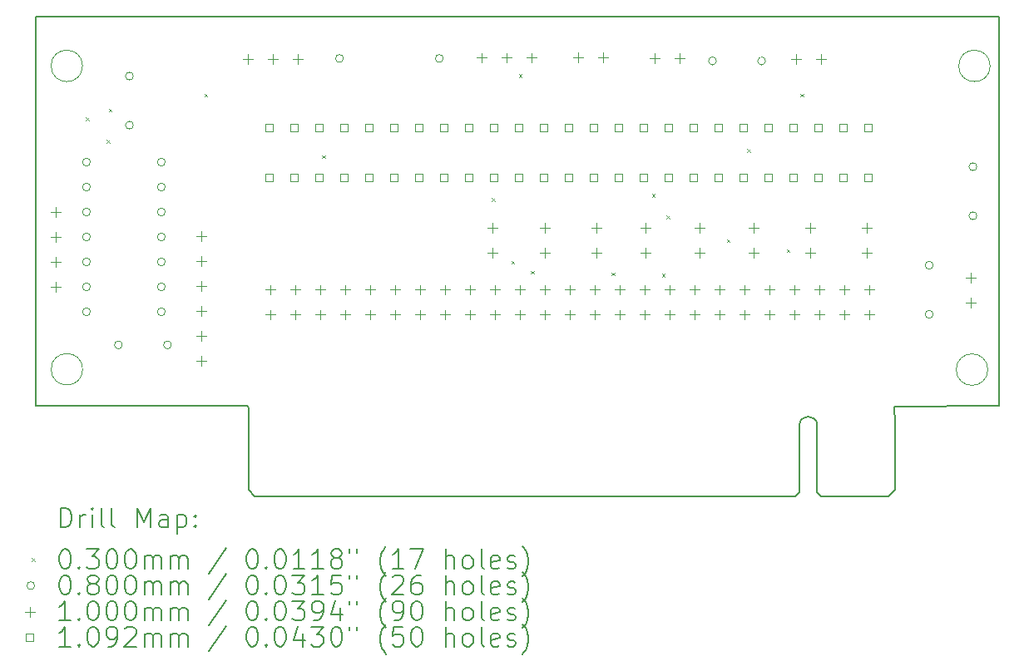
<source format=gbr>
%TF.GenerationSoftware,KiCad,Pcbnew,8.0.4*%
%TF.CreationDate,2024-08-09T20:43:15+03:00*%
%TF.ProjectId,mpf-ii-bus-adapter,6d70662d-6969-42d6-9275-732d61646170,A*%
%TF.SameCoordinates,Original*%
%TF.FileFunction,Drillmap*%
%TF.FilePolarity,Positive*%
%FSLAX45Y45*%
G04 Gerber Fmt 4.5, Leading zero omitted, Abs format (unit mm)*
G04 Created by KiCad (PCBNEW 8.0.4) date 2024-08-09 20:43:15*
%MOMM*%
%LPD*%
G01*
G04 APERTURE LIST*
%ADD10C,0.150000*%
%ADD11C,0.050000*%
%ADD12C,0.200000*%
%ADD13C,0.100000*%
%ADD14C,0.109220*%
G04 APERTURE END LIST*
D10*
X19300000Y-7150000D02*
X19300000Y-11115000D01*
X11650000Y-11115000D02*
X9490000Y-11115000D01*
D11*
X9969078Y-7650000D02*
G75*
G02*
X9648922Y-7650000I-160078J0D01*
G01*
X9648922Y-7650000D02*
G75*
G02*
X9969078Y-7650000I160078J0D01*
G01*
D10*
X9490000Y-11115000D02*
X9490000Y-7150000D01*
X11657000Y-11143000D02*
X11650000Y-11115000D01*
D11*
X9970078Y-10739078D02*
G75*
G02*
X9649922Y-10739078I-160078J0D01*
G01*
X9649922Y-10739078D02*
G75*
G02*
X9970078Y-10739078I160078J0D01*
G01*
D10*
X19300000Y-11115000D02*
X18235000Y-11116000D01*
X18235300Y-11282500D02*
X18235000Y-11116000D01*
D11*
X19182578Y-10742500D02*
G75*
G02*
X18862422Y-10742500I-160078J0D01*
G01*
X18862422Y-10742500D02*
G75*
G02*
X19182578Y-10742500I160078J0D01*
G01*
X19207078Y-7650000D02*
G75*
G02*
X18886922Y-7650000I-160078J0D01*
G01*
X18886922Y-7650000D02*
G75*
G02*
X19207078Y-7650000I160078J0D01*
G01*
D10*
X11656700Y-11282500D02*
X11657000Y-11143000D01*
X9490000Y-7150000D02*
X19300000Y-7150000D01*
X11656700Y-11968300D02*
X11656700Y-11282500D01*
X11720200Y-12031800D02*
X11656700Y-11968300D01*
X17226000Y-12030000D02*
X11720200Y-12031800D01*
X17266000Y-11310000D02*
X17266000Y-11990000D01*
X17266000Y-11990000D02*
X17226000Y-12030000D01*
X17446000Y-11310000D02*
X17446000Y-11990000D01*
X17446000Y-11990000D02*
X17486000Y-12031800D01*
X18171800Y-12031800D02*
X17486000Y-12031800D01*
X18171800Y-12031800D02*
X18235300Y-11968300D01*
X18235300Y-11282500D02*
X18235300Y-11968300D01*
X17266000Y-11310000D02*
G75*
G02*
X17446000Y-11310000I90000J0D01*
G01*
D12*
D13*
X10005000Y-8175000D02*
X10035000Y-8205000D01*
X10035000Y-8175000D02*
X10005000Y-8205000D01*
X10215000Y-8405000D02*
X10245000Y-8435000D01*
X10245000Y-8405000D02*
X10215000Y-8435000D01*
X10235000Y-8085000D02*
X10265000Y-8115000D01*
X10265000Y-8085000D02*
X10235000Y-8115000D01*
X11210000Y-7935000D02*
X11240000Y-7965000D01*
X11240000Y-7935000D02*
X11210000Y-7965000D01*
X12410000Y-8560000D02*
X12440000Y-8590000D01*
X12440000Y-8560000D02*
X12410000Y-8590000D01*
X14135000Y-8995000D02*
X14165000Y-9025000D01*
X14165000Y-8995000D02*
X14135000Y-9025000D01*
X14335000Y-9635000D02*
X14365000Y-9665000D01*
X14365000Y-9635000D02*
X14335000Y-9665000D01*
X14410000Y-7735000D02*
X14440000Y-7765000D01*
X14440000Y-7735000D02*
X14410000Y-7765000D01*
X14535000Y-9735000D02*
X14565000Y-9765000D01*
X14565000Y-9735000D02*
X14535000Y-9765000D01*
X15355000Y-9755000D02*
X15385000Y-9785000D01*
X15385000Y-9755000D02*
X15355000Y-9785000D01*
X15765000Y-8955000D02*
X15795000Y-8985000D01*
X15795000Y-8955000D02*
X15765000Y-8985000D01*
X15865000Y-9765000D02*
X15895000Y-9795000D01*
X15895000Y-9765000D02*
X15865000Y-9795000D01*
X15915000Y-9175000D02*
X15945000Y-9205000D01*
X15945000Y-9175000D02*
X15915000Y-9205000D01*
X16525000Y-9415000D02*
X16555000Y-9445000D01*
X16555000Y-9415000D02*
X16525000Y-9445000D01*
X16735000Y-8495000D02*
X16765000Y-8525000D01*
X16765000Y-8495000D02*
X16735000Y-8525000D01*
X17135000Y-9515000D02*
X17165000Y-9545000D01*
X17165000Y-9515000D02*
X17135000Y-9545000D01*
X17275000Y-7935000D02*
X17305000Y-7965000D01*
X17305000Y-7935000D02*
X17275000Y-7965000D01*
X10049000Y-8629500D02*
G75*
G02*
X9969000Y-8629500I-40000J0D01*
G01*
X9969000Y-8629500D02*
G75*
G02*
X10049000Y-8629500I40000J0D01*
G01*
X10049000Y-8883500D02*
G75*
G02*
X9969000Y-8883500I-40000J0D01*
G01*
X9969000Y-8883500D02*
G75*
G02*
X10049000Y-8883500I40000J0D01*
G01*
X10049000Y-9137500D02*
G75*
G02*
X9969000Y-9137500I-40000J0D01*
G01*
X9969000Y-9137500D02*
G75*
G02*
X10049000Y-9137500I40000J0D01*
G01*
X10049000Y-9391500D02*
G75*
G02*
X9969000Y-9391500I-40000J0D01*
G01*
X9969000Y-9391500D02*
G75*
G02*
X10049000Y-9391500I40000J0D01*
G01*
X10049000Y-9645500D02*
G75*
G02*
X9969000Y-9645500I-40000J0D01*
G01*
X9969000Y-9645500D02*
G75*
G02*
X10049000Y-9645500I40000J0D01*
G01*
X10049000Y-9899500D02*
G75*
G02*
X9969000Y-9899500I-40000J0D01*
G01*
X9969000Y-9899500D02*
G75*
G02*
X10049000Y-9899500I40000J0D01*
G01*
X10049000Y-10153500D02*
G75*
G02*
X9969000Y-10153500I-40000J0D01*
G01*
X9969000Y-10153500D02*
G75*
G02*
X10049000Y-10153500I40000J0D01*
G01*
X10374000Y-10491000D02*
G75*
G02*
X10294000Y-10491000I-40000J0D01*
G01*
X10294000Y-10491000D02*
G75*
G02*
X10374000Y-10491000I40000J0D01*
G01*
X10487000Y-7754000D02*
G75*
G02*
X10407000Y-7754000I-40000J0D01*
G01*
X10407000Y-7754000D02*
G75*
G02*
X10487000Y-7754000I40000J0D01*
G01*
X10487000Y-8254000D02*
G75*
G02*
X10407000Y-8254000I-40000J0D01*
G01*
X10407000Y-8254000D02*
G75*
G02*
X10487000Y-8254000I40000J0D01*
G01*
X10811000Y-8629500D02*
G75*
G02*
X10731000Y-8629500I-40000J0D01*
G01*
X10731000Y-8629500D02*
G75*
G02*
X10811000Y-8629500I40000J0D01*
G01*
X10811000Y-8883500D02*
G75*
G02*
X10731000Y-8883500I-40000J0D01*
G01*
X10731000Y-8883500D02*
G75*
G02*
X10811000Y-8883500I40000J0D01*
G01*
X10811000Y-9137500D02*
G75*
G02*
X10731000Y-9137500I-40000J0D01*
G01*
X10731000Y-9137500D02*
G75*
G02*
X10811000Y-9137500I40000J0D01*
G01*
X10811000Y-9391500D02*
G75*
G02*
X10731000Y-9391500I-40000J0D01*
G01*
X10731000Y-9391500D02*
G75*
G02*
X10811000Y-9391500I40000J0D01*
G01*
X10811000Y-9645500D02*
G75*
G02*
X10731000Y-9645500I-40000J0D01*
G01*
X10731000Y-9645500D02*
G75*
G02*
X10811000Y-9645500I40000J0D01*
G01*
X10811000Y-9899500D02*
G75*
G02*
X10731000Y-9899500I-40000J0D01*
G01*
X10731000Y-9899500D02*
G75*
G02*
X10811000Y-9899500I40000J0D01*
G01*
X10811000Y-10153500D02*
G75*
G02*
X10731000Y-10153500I-40000J0D01*
G01*
X10731000Y-10153500D02*
G75*
G02*
X10811000Y-10153500I40000J0D01*
G01*
X10874000Y-10491000D02*
G75*
G02*
X10794000Y-10491000I-40000J0D01*
G01*
X10794000Y-10491000D02*
G75*
G02*
X10874000Y-10491000I40000J0D01*
G01*
X12624000Y-7574000D02*
G75*
G02*
X12544000Y-7574000I-40000J0D01*
G01*
X12544000Y-7574000D02*
G75*
G02*
X12624000Y-7574000I40000J0D01*
G01*
X13640000Y-7574000D02*
G75*
G02*
X13560000Y-7574000I-40000J0D01*
G01*
X13560000Y-7574000D02*
G75*
G02*
X13640000Y-7574000I40000J0D01*
G01*
X16421000Y-7600000D02*
G75*
G02*
X16341000Y-7600000I-40000J0D01*
G01*
X16341000Y-7600000D02*
G75*
G02*
X16421000Y-7600000I40000J0D01*
G01*
X16921000Y-7600000D02*
G75*
G02*
X16841000Y-7600000I-40000J0D01*
G01*
X16841000Y-7600000D02*
G75*
G02*
X16921000Y-7600000I40000J0D01*
G01*
X18627000Y-9680000D02*
G75*
G02*
X18547000Y-9680000I-40000J0D01*
G01*
X18547000Y-9680000D02*
G75*
G02*
X18627000Y-9680000I40000J0D01*
G01*
X18627000Y-10180000D02*
G75*
G02*
X18547000Y-10180000I-40000J0D01*
G01*
X18547000Y-10180000D02*
G75*
G02*
X18627000Y-10180000I40000J0D01*
G01*
X19072000Y-8676000D02*
G75*
G02*
X18992000Y-8676000I-40000J0D01*
G01*
X18992000Y-8676000D02*
G75*
G02*
X19072000Y-8676000I40000J0D01*
G01*
X19072000Y-9176000D02*
G75*
G02*
X18992000Y-9176000I-40000J0D01*
G01*
X18992000Y-9176000D02*
G75*
G02*
X19072000Y-9176000I40000J0D01*
G01*
X9697000Y-9090000D02*
X9697000Y-9190000D01*
X9647000Y-9140000D02*
X9747000Y-9140000D01*
X9697000Y-9344000D02*
X9697000Y-9444000D01*
X9647000Y-9394000D02*
X9747000Y-9394000D01*
X9697000Y-9598000D02*
X9697000Y-9698000D01*
X9647000Y-9648000D02*
X9747000Y-9648000D01*
X9697000Y-9852000D02*
X9697000Y-9952000D01*
X9647000Y-9902000D02*
X9747000Y-9902000D01*
X11181000Y-9334000D02*
X11181000Y-9434000D01*
X11131000Y-9384000D02*
X11231000Y-9384000D01*
X11181000Y-9588000D02*
X11181000Y-9688000D01*
X11131000Y-9638000D02*
X11231000Y-9638000D01*
X11181000Y-9842000D02*
X11181000Y-9942000D01*
X11131000Y-9892000D02*
X11231000Y-9892000D01*
X11181000Y-10096000D02*
X11181000Y-10196000D01*
X11131000Y-10146000D02*
X11231000Y-10146000D01*
X11181000Y-10350000D02*
X11181000Y-10450000D01*
X11131000Y-10400000D02*
X11231000Y-10400000D01*
X11181000Y-10604000D02*
X11181000Y-10704000D01*
X11131000Y-10654000D02*
X11231000Y-10654000D01*
X11650000Y-7531000D02*
X11650000Y-7631000D01*
X11600000Y-7581000D02*
X11700000Y-7581000D01*
X11882000Y-9879000D02*
X11882000Y-9979000D01*
X11832000Y-9929000D02*
X11932000Y-9929000D01*
X11882000Y-10133000D02*
X11882000Y-10233000D01*
X11832000Y-10183000D02*
X11932000Y-10183000D01*
X11904000Y-7531000D02*
X11904000Y-7631000D01*
X11854000Y-7581000D02*
X11954000Y-7581000D01*
X12136000Y-9879000D02*
X12136000Y-9979000D01*
X12086000Y-9929000D02*
X12186000Y-9929000D01*
X12136000Y-10133000D02*
X12136000Y-10233000D01*
X12086000Y-10183000D02*
X12186000Y-10183000D01*
X12158000Y-7531000D02*
X12158000Y-7631000D01*
X12108000Y-7581000D02*
X12208000Y-7581000D01*
X12390000Y-9879000D02*
X12390000Y-9979000D01*
X12340000Y-9929000D02*
X12440000Y-9929000D01*
X12390000Y-10133000D02*
X12390000Y-10233000D01*
X12340000Y-10183000D02*
X12440000Y-10183000D01*
X12644000Y-9879000D02*
X12644000Y-9979000D01*
X12594000Y-9929000D02*
X12694000Y-9929000D01*
X12644000Y-10133000D02*
X12644000Y-10233000D01*
X12594000Y-10183000D02*
X12694000Y-10183000D01*
X12898000Y-9879000D02*
X12898000Y-9979000D01*
X12848000Y-9929000D02*
X12948000Y-9929000D01*
X12898000Y-10133000D02*
X12898000Y-10233000D01*
X12848000Y-10183000D02*
X12948000Y-10183000D01*
X13152000Y-9879000D02*
X13152000Y-9979000D01*
X13102000Y-9929000D02*
X13202000Y-9929000D01*
X13152000Y-10133000D02*
X13152000Y-10233000D01*
X13102000Y-10183000D02*
X13202000Y-10183000D01*
X13406000Y-9879000D02*
X13406000Y-9979000D01*
X13356000Y-9929000D02*
X13456000Y-9929000D01*
X13406000Y-10133000D02*
X13406000Y-10233000D01*
X13356000Y-10183000D02*
X13456000Y-10183000D01*
X13660000Y-9879000D02*
X13660000Y-9979000D01*
X13610000Y-9929000D02*
X13710000Y-9929000D01*
X13660000Y-10133000D02*
X13660000Y-10233000D01*
X13610000Y-10183000D02*
X13710000Y-10183000D01*
X13914000Y-9879000D02*
X13914000Y-9979000D01*
X13864000Y-9929000D02*
X13964000Y-9929000D01*
X13914000Y-10133000D02*
X13914000Y-10233000D01*
X13864000Y-10183000D02*
X13964000Y-10183000D01*
X14030500Y-7517000D02*
X14030500Y-7617000D01*
X13980500Y-7567000D02*
X14080500Y-7567000D01*
X14140000Y-9250000D02*
X14140000Y-9350000D01*
X14090000Y-9300000D02*
X14190000Y-9300000D01*
X14140000Y-9504000D02*
X14140000Y-9604000D01*
X14090000Y-9554000D02*
X14190000Y-9554000D01*
X14168000Y-9879000D02*
X14168000Y-9979000D01*
X14118000Y-9929000D02*
X14218000Y-9929000D01*
X14168000Y-10133000D02*
X14168000Y-10233000D01*
X14118000Y-10183000D02*
X14218000Y-10183000D01*
X14284500Y-7517000D02*
X14284500Y-7617000D01*
X14234500Y-7567000D02*
X14334500Y-7567000D01*
X14422000Y-9879000D02*
X14422000Y-9979000D01*
X14372000Y-9929000D02*
X14472000Y-9929000D01*
X14422000Y-10133000D02*
X14422000Y-10233000D01*
X14372000Y-10183000D02*
X14472000Y-10183000D01*
X14538500Y-7517000D02*
X14538500Y-7617000D01*
X14488500Y-7567000D02*
X14588500Y-7567000D01*
X14675000Y-9250000D02*
X14675000Y-9350000D01*
X14625000Y-9300000D02*
X14725000Y-9300000D01*
X14675000Y-9504000D02*
X14675000Y-9604000D01*
X14625000Y-9554000D02*
X14725000Y-9554000D01*
X14676000Y-9879000D02*
X14676000Y-9979000D01*
X14626000Y-9929000D02*
X14726000Y-9929000D01*
X14676000Y-10133000D02*
X14676000Y-10233000D01*
X14626000Y-10183000D02*
X14726000Y-10183000D01*
X14930000Y-9879000D02*
X14930000Y-9979000D01*
X14880000Y-9929000D02*
X14980000Y-9929000D01*
X14930000Y-10133000D02*
X14930000Y-10233000D01*
X14880000Y-10183000D02*
X14980000Y-10183000D01*
X15011000Y-7514000D02*
X15011000Y-7614000D01*
X14961000Y-7564000D02*
X15061000Y-7564000D01*
X15184000Y-9879000D02*
X15184000Y-9979000D01*
X15134000Y-9929000D02*
X15234000Y-9929000D01*
X15184000Y-10133000D02*
X15184000Y-10233000D01*
X15134000Y-10183000D02*
X15234000Y-10183000D01*
X15200000Y-9250000D02*
X15200000Y-9350000D01*
X15150000Y-9300000D02*
X15250000Y-9300000D01*
X15200000Y-9504000D02*
X15200000Y-9604000D01*
X15150000Y-9554000D02*
X15250000Y-9554000D01*
X15265000Y-7514000D02*
X15265000Y-7614000D01*
X15215000Y-7564000D02*
X15315000Y-7564000D01*
X15438000Y-9879000D02*
X15438000Y-9979000D01*
X15388000Y-9929000D02*
X15488000Y-9929000D01*
X15438000Y-10133000D02*
X15438000Y-10233000D01*
X15388000Y-10183000D02*
X15488000Y-10183000D01*
X15692000Y-9879000D02*
X15692000Y-9979000D01*
X15642000Y-9929000D02*
X15742000Y-9929000D01*
X15692000Y-10133000D02*
X15692000Y-10233000D01*
X15642000Y-10183000D02*
X15742000Y-10183000D01*
X15700000Y-9250000D02*
X15700000Y-9350000D01*
X15650000Y-9300000D02*
X15750000Y-9300000D01*
X15700000Y-9504000D02*
X15700000Y-9604000D01*
X15650000Y-9554000D02*
X15750000Y-9554000D01*
X15793000Y-7521000D02*
X15793000Y-7621000D01*
X15743000Y-7571000D02*
X15843000Y-7571000D01*
X15946000Y-9879000D02*
X15946000Y-9979000D01*
X15896000Y-9929000D02*
X15996000Y-9929000D01*
X15946000Y-10133000D02*
X15946000Y-10233000D01*
X15896000Y-10183000D02*
X15996000Y-10183000D01*
X16047000Y-7521000D02*
X16047000Y-7621000D01*
X15997000Y-7571000D02*
X16097000Y-7571000D01*
X16200000Y-9879000D02*
X16200000Y-9979000D01*
X16150000Y-9929000D02*
X16250000Y-9929000D01*
X16200000Y-10133000D02*
X16200000Y-10233000D01*
X16150000Y-10183000D02*
X16250000Y-10183000D01*
X16250000Y-9250000D02*
X16250000Y-9350000D01*
X16200000Y-9300000D02*
X16300000Y-9300000D01*
X16250000Y-9504000D02*
X16250000Y-9604000D01*
X16200000Y-9554000D02*
X16300000Y-9554000D01*
X16454000Y-9879000D02*
X16454000Y-9979000D01*
X16404000Y-9929000D02*
X16504000Y-9929000D01*
X16454000Y-10133000D02*
X16454000Y-10233000D01*
X16404000Y-10183000D02*
X16504000Y-10183000D01*
X16708000Y-9879000D02*
X16708000Y-9979000D01*
X16658000Y-9929000D02*
X16758000Y-9929000D01*
X16708000Y-10133000D02*
X16708000Y-10233000D01*
X16658000Y-10183000D02*
X16758000Y-10183000D01*
X16800000Y-9250000D02*
X16800000Y-9350000D01*
X16750000Y-9300000D02*
X16850000Y-9300000D01*
X16800000Y-9504000D02*
X16800000Y-9604000D01*
X16750000Y-9554000D02*
X16850000Y-9554000D01*
X16962000Y-9879000D02*
X16962000Y-9979000D01*
X16912000Y-9929000D02*
X17012000Y-9929000D01*
X16962000Y-10133000D02*
X16962000Y-10233000D01*
X16912000Y-10183000D02*
X17012000Y-10183000D01*
X17216000Y-9879000D02*
X17216000Y-9979000D01*
X17166000Y-9929000D02*
X17266000Y-9929000D01*
X17216000Y-10133000D02*
X17216000Y-10233000D01*
X17166000Y-10183000D02*
X17266000Y-10183000D01*
X17232000Y-7533000D02*
X17232000Y-7633000D01*
X17182000Y-7583000D02*
X17282000Y-7583000D01*
X17375000Y-9250000D02*
X17375000Y-9350000D01*
X17325000Y-9300000D02*
X17425000Y-9300000D01*
X17375000Y-9504000D02*
X17375000Y-9604000D01*
X17325000Y-9554000D02*
X17425000Y-9554000D01*
X17470000Y-9879000D02*
X17470000Y-9979000D01*
X17420000Y-9929000D02*
X17520000Y-9929000D01*
X17470000Y-10133000D02*
X17470000Y-10233000D01*
X17420000Y-10183000D02*
X17520000Y-10183000D01*
X17486000Y-7533000D02*
X17486000Y-7633000D01*
X17436000Y-7583000D02*
X17536000Y-7583000D01*
X17724000Y-9879000D02*
X17724000Y-9979000D01*
X17674000Y-9929000D02*
X17774000Y-9929000D01*
X17724000Y-10133000D02*
X17724000Y-10233000D01*
X17674000Y-10183000D02*
X17774000Y-10183000D01*
X17950000Y-9250000D02*
X17950000Y-9350000D01*
X17900000Y-9300000D02*
X18000000Y-9300000D01*
X17950000Y-9504000D02*
X17950000Y-9604000D01*
X17900000Y-9554000D02*
X18000000Y-9554000D01*
X17978000Y-9879000D02*
X17978000Y-9979000D01*
X17928000Y-9929000D02*
X18028000Y-9929000D01*
X17978000Y-10133000D02*
X17978000Y-10233000D01*
X17928000Y-10183000D02*
X18028000Y-10183000D01*
X19010000Y-9760000D02*
X19010000Y-9860000D01*
X18960000Y-9810000D02*
X19060000Y-9810000D01*
X19010000Y-10014000D02*
X19010000Y-10114000D01*
X18960000Y-10064000D02*
X19060000Y-10064000D01*
D14*
X11907615Y-8314615D02*
X11907615Y-8237384D01*
X11830384Y-8237384D01*
X11830384Y-8314615D01*
X11907615Y-8314615D01*
X11907615Y-8822616D02*
X11907615Y-8745385D01*
X11830384Y-8745385D01*
X11830384Y-8822616D01*
X11907615Y-8822616D01*
X12161615Y-8314615D02*
X12161615Y-8237384D01*
X12084384Y-8237384D01*
X12084384Y-8314615D01*
X12161615Y-8314615D01*
X12161615Y-8822616D02*
X12161615Y-8745385D01*
X12084384Y-8745385D01*
X12084384Y-8822616D01*
X12161615Y-8822616D01*
X12415615Y-8314615D02*
X12415615Y-8237384D01*
X12338384Y-8237384D01*
X12338384Y-8314615D01*
X12415615Y-8314615D01*
X12415615Y-8822616D02*
X12415615Y-8745385D01*
X12338384Y-8745385D01*
X12338384Y-8822616D01*
X12415615Y-8822616D01*
X12669615Y-8314615D02*
X12669615Y-8237384D01*
X12592384Y-8237384D01*
X12592384Y-8314615D01*
X12669615Y-8314615D01*
X12669615Y-8822616D02*
X12669615Y-8745385D01*
X12592384Y-8745385D01*
X12592384Y-8822616D01*
X12669615Y-8822616D01*
X12923615Y-8314615D02*
X12923615Y-8237384D01*
X12846384Y-8237384D01*
X12846384Y-8314615D01*
X12923615Y-8314615D01*
X12923615Y-8822616D02*
X12923615Y-8745385D01*
X12846384Y-8745385D01*
X12846384Y-8822616D01*
X12923615Y-8822616D01*
X13177615Y-8314615D02*
X13177615Y-8237384D01*
X13100384Y-8237384D01*
X13100384Y-8314615D01*
X13177615Y-8314615D01*
X13177615Y-8822616D02*
X13177615Y-8745385D01*
X13100384Y-8745385D01*
X13100384Y-8822616D01*
X13177615Y-8822616D01*
X13431615Y-8314615D02*
X13431615Y-8237384D01*
X13354384Y-8237384D01*
X13354384Y-8314615D01*
X13431615Y-8314615D01*
X13431615Y-8822616D02*
X13431615Y-8745385D01*
X13354384Y-8745385D01*
X13354384Y-8822616D01*
X13431615Y-8822616D01*
X13685615Y-8314615D02*
X13685615Y-8237384D01*
X13608384Y-8237384D01*
X13608384Y-8314615D01*
X13685615Y-8314615D01*
X13685615Y-8822616D02*
X13685615Y-8745385D01*
X13608384Y-8745385D01*
X13608384Y-8822616D01*
X13685615Y-8822616D01*
X13939615Y-8314615D02*
X13939615Y-8237384D01*
X13862384Y-8237384D01*
X13862384Y-8314615D01*
X13939615Y-8314615D01*
X13939615Y-8822616D02*
X13939615Y-8745385D01*
X13862384Y-8745385D01*
X13862384Y-8822616D01*
X13939615Y-8822616D01*
X14193615Y-8314615D02*
X14193615Y-8237384D01*
X14116384Y-8237384D01*
X14116384Y-8314615D01*
X14193615Y-8314615D01*
X14193615Y-8822616D02*
X14193615Y-8745385D01*
X14116384Y-8745385D01*
X14116384Y-8822616D01*
X14193615Y-8822616D01*
X14447615Y-8314615D02*
X14447615Y-8237384D01*
X14370384Y-8237384D01*
X14370384Y-8314615D01*
X14447615Y-8314615D01*
X14447615Y-8822616D02*
X14447615Y-8745385D01*
X14370384Y-8745385D01*
X14370384Y-8822616D01*
X14447615Y-8822616D01*
X14701615Y-8314615D02*
X14701615Y-8237384D01*
X14624384Y-8237384D01*
X14624384Y-8314615D01*
X14701615Y-8314615D01*
X14701615Y-8822616D02*
X14701615Y-8745385D01*
X14624384Y-8745385D01*
X14624384Y-8822616D01*
X14701615Y-8822616D01*
X14955615Y-8314615D02*
X14955615Y-8237384D01*
X14878384Y-8237384D01*
X14878384Y-8314615D01*
X14955615Y-8314615D01*
X14955615Y-8822616D02*
X14955615Y-8745385D01*
X14878384Y-8745385D01*
X14878384Y-8822616D01*
X14955615Y-8822616D01*
X15209615Y-8314615D02*
X15209615Y-8237384D01*
X15132384Y-8237384D01*
X15132384Y-8314615D01*
X15209615Y-8314615D01*
X15209615Y-8822616D02*
X15209615Y-8745385D01*
X15132384Y-8745385D01*
X15132384Y-8822616D01*
X15209615Y-8822616D01*
X15463615Y-8314615D02*
X15463615Y-8237384D01*
X15386384Y-8237384D01*
X15386384Y-8314615D01*
X15463615Y-8314615D01*
X15463615Y-8822616D02*
X15463615Y-8745385D01*
X15386384Y-8745385D01*
X15386384Y-8822616D01*
X15463615Y-8822616D01*
X15717615Y-8314615D02*
X15717615Y-8237384D01*
X15640384Y-8237384D01*
X15640384Y-8314615D01*
X15717615Y-8314615D01*
X15717615Y-8822616D02*
X15717615Y-8745385D01*
X15640384Y-8745385D01*
X15640384Y-8822616D01*
X15717615Y-8822616D01*
X15971615Y-8314615D02*
X15971615Y-8237384D01*
X15894384Y-8237384D01*
X15894384Y-8314615D01*
X15971615Y-8314615D01*
X15971615Y-8822616D02*
X15971615Y-8745385D01*
X15894384Y-8745385D01*
X15894384Y-8822616D01*
X15971615Y-8822616D01*
X16225615Y-8314615D02*
X16225615Y-8237384D01*
X16148384Y-8237384D01*
X16148384Y-8314615D01*
X16225615Y-8314615D01*
X16225615Y-8822616D02*
X16225615Y-8745385D01*
X16148384Y-8745385D01*
X16148384Y-8822616D01*
X16225615Y-8822616D01*
X16479615Y-8314615D02*
X16479615Y-8237384D01*
X16402384Y-8237384D01*
X16402384Y-8314615D01*
X16479615Y-8314615D01*
X16479615Y-8822616D02*
X16479615Y-8745385D01*
X16402384Y-8745385D01*
X16402384Y-8822616D01*
X16479615Y-8822616D01*
X16733615Y-8314615D02*
X16733615Y-8237384D01*
X16656384Y-8237384D01*
X16656384Y-8314615D01*
X16733615Y-8314615D01*
X16733615Y-8822616D02*
X16733615Y-8745385D01*
X16656384Y-8745385D01*
X16656384Y-8822616D01*
X16733615Y-8822616D01*
X16987616Y-8314615D02*
X16987616Y-8237384D01*
X16910385Y-8237384D01*
X16910385Y-8314615D01*
X16987616Y-8314615D01*
X16987616Y-8822616D02*
X16987616Y-8745385D01*
X16910385Y-8745385D01*
X16910385Y-8822616D01*
X16987616Y-8822616D01*
X17241616Y-8314615D02*
X17241616Y-8237384D01*
X17164385Y-8237384D01*
X17164385Y-8314615D01*
X17241616Y-8314615D01*
X17241616Y-8822616D02*
X17241616Y-8745385D01*
X17164385Y-8745385D01*
X17164385Y-8822616D01*
X17241616Y-8822616D01*
X17495616Y-8314615D02*
X17495616Y-8237384D01*
X17418385Y-8237384D01*
X17418385Y-8314615D01*
X17495616Y-8314615D01*
X17495616Y-8822616D02*
X17495616Y-8745385D01*
X17418385Y-8745385D01*
X17418385Y-8822616D01*
X17495616Y-8822616D01*
X17749616Y-8314615D02*
X17749616Y-8237384D01*
X17672385Y-8237384D01*
X17672385Y-8314615D01*
X17749616Y-8314615D01*
X17749616Y-8822616D02*
X17749616Y-8745385D01*
X17672385Y-8745385D01*
X17672385Y-8822616D01*
X17749616Y-8822616D01*
X18003616Y-8314615D02*
X18003616Y-8237384D01*
X17926385Y-8237384D01*
X17926385Y-8314615D01*
X18003616Y-8314615D01*
X18003616Y-8822616D02*
X18003616Y-8745385D01*
X17926385Y-8745385D01*
X17926385Y-8822616D01*
X18003616Y-8822616D01*
D12*
X9743277Y-12350784D02*
X9743277Y-12150784D01*
X9743277Y-12150784D02*
X9790896Y-12150784D01*
X9790896Y-12150784D02*
X9819467Y-12160308D01*
X9819467Y-12160308D02*
X9838515Y-12179355D01*
X9838515Y-12179355D02*
X9848039Y-12198403D01*
X9848039Y-12198403D02*
X9857563Y-12236498D01*
X9857563Y-12236498D02*
X9857563Y-12265070D01*
X9857563Y-12265070D02*
X9848039Y-12303165D01*
X9848039Y-12303165D02*
X9838515Y-12322213D01*
X9838515Y-12322213D02*
X9819467Y-12341260D01*
X9819467Y-12341260D02*
X9790896Y-12350784D01*
X9790896Y-12350784D02*
X9743277Y-12350784D01*
X9943277Y-12350784D02*
X9943277Y-12217451D01*
X9943277Y-12255546D02*
X9952801Y-12236498D01*
X9952801Y-12236498D02*
X9962324Y-12226974D01*
X9962324Y-12226974D02*
X9981372Y-12217451D01*
X9981372Y-12217451D02*
X10000420Y-12217451D01*
X10067086Y-12350784D02*
X10067086Y-12217451D01*
X10067086Y-12150784D02*
X10057563Y-12160308D01*
X10057563Y-12160308D02*
X10067086Y-12169832D01*
X10067086Y-12169832D02*
X10076610Y-12160308D01*
X10076610Y-12160308D02*
X10067086Y-12150784D01*
X10067086Y-12150784D02*
X10067086Y-12169832D01*
X10190896Y-12350784D02*
X10171848Y-12341260D01*
X10171848Y-12341260D02*
X10162324Y-12322213D01*
X10162324Y-12322213D02*
X10162324Y-12150784D01*
X10295658Y-12350784D02*
X10276610Y-12341260D01*
X10276610Y-12341260D02*
X10267086Y-12322213D01*
X10267086Y-12322213D02*
X10267086Y-12150784D01*
X10524229Y-12350784D02*
X10524229Y-12150784D01*
X10524229Y-12150784D02*
X10590896Y-12293641D01*
X10590896Y-12293641D02*
X10657563Y-12150784D01*
X10657563Y-12150784D02*
X10657563Y-12350784D01*
X10838515Y-12350784D02*
X10838515Y-12246022D01*
X10838515Y-12246022D02*
X10828991Y-12226974D01*
X10828991Y-12226974D02*
X10809944Y-12217451D01*
X10809944Y-12217451D02*
X10771848Y-12217451D01*
X10771848Y-12217451D02*
X10752801Y-12226974D01*
X10838515Y-12341260D02*
X10819467Y-12350784D01*
X10819467Y-12350784D02*
X10771848Y-12350784D01*
X10771848Y-12350784D02*
X10752801Y-12341260D01*
X10752801Y-12341260D02*
X10743277Y-12322213D01*
X10743277Y-12322213D02*
X10743277Y-12303165D01*
X10743277Y-12303165D02*
X10752801Y-12284117D01*
X10752801Y-12284117D02*
X10771848Y-12274594D01*
X10771848Y-12274594D02*
X10819467Y-12274594D01*
X10819467Y-12274594D02*
X10838515Y-12265070D01*
X10933753Y-12217451D02*
X10933753Y-12417451D01*
X10933753Y-12226974D02*
X10952801Y-12217451D01*
X10952801Y-12217451D02*
X10990896Y-12217451D01*
X10990896Y-12217451D02*
X11009944Y-12226974D01*
X11009944Y-12226974D02*
X11019467Y-12236498D01*
X11019467Y-12236498D02*
X11028991Y-12255546D01*
X11028991Y-12255546D02*
X11028991Y-12312689D01*
X11028991Y-12312689D02*
X11019467Y-12331736D01*
X11019467Y-12331736D02*
X11009944Y-12341260D01*
X11009944Y-12341260D02*
X10990896Y-12350784D01*
X10990896Y-12350784D02*
X10952801Y-12350784D01*
X10952801Y-12350784D02*
X10933753Y-12341260D01*
X11114705Y-12331736D02*
X11124229Y-12341260D01*
X11124229Y-12341260D02*
X11114705Y-12350784D01*
X11114705Y-12350784D02*
X11105182Y-12341260D01*
X11105182Y-12341260D02*
X11114705Y-12331736D01*
X11114705Y-12331736D02*
X11114705Y-12350784D01*
X11114705Y-12226974D02*
X11124229Y-12236498D01*
X11124229Y-12236498D02*
X11114705Y-12246022D01*
X11114705Y-12246022D02*
X11105182Y-12236498D01*
X11105182Y-12236498D02*
X11114705Y-12226974D01*
X11114705Y-12226974D02*
X11114705Y-12246022D01*
D13*
X9452500Y-12664300D02*
X9482500Y-12694300D01*
X9482500Y-12664300D02*
X9452500Y-12694300D01*
D12*
X9781372Y-12570784D02*
X9800420Y-12570784D01*
X9800420Y-12570784D02*
X9819467Y-12580308D01*
X9819467Y-12580308D02*
X9828991Y-12589832D01*
X9828991Y-12589832D02*
X9838515Y-12608879D01*
X9838515Y-12608879D02*
X9848039Y-12646974D01*
X9848039Y-12646974D02*
X9848039Y-12694594D01*
X9848039Y-12694594D02*
X9838515Y-12732689D01*
X9838515Y-12732689D02*
X9828991Y-12751736D01*
X9828991Y-12751736D02*
X9819467Y-12761260D01*
X9819467Y-12761260D02*
X9800420Y-12770784D01*
X9800420Y-12770784D02*
X9781372Y-12770784D01*
X9781372Y-12770784D02*
X9762324Y-12761260D01*
X9762324Y-12761260D02*
X9752801Y-12751736D01*
X9752801Y-12751736D02*
X9743277Y-12732689D01*
X9743277Y-12732689D02*
X9733753Y-12694594D01*
X9733753Y-12694594D02*
X9733753Y-12646974D01*
X9733753Y-12646974D02*
X9743277Y-12608879D01*
X9743277Y-12608879D02*
X9752801Y-12589832D01*
X9752801Y-12589832D02*
X9762324Y-12580308D01*
X9762324Y-12580308D02*
X9781372Y-12570784D01*
X9933753Y-12751736D02*
X9943277Y-12761260D01*
X9943277Y-12761260D02*
X9933753Y-12770784D01*
X9933753Y-12770784D02*
X9924229Y-12761260D01*
X9924229Y-12761260D02*
X9933753Y-12751736D01*
X9933753Y-12751736D02*
X9933753Y-12770784D01*
X10009944Y-12570784D02*
X10133753Y-12570784D01*
X10133753Y-12570784D02*
X10067086Y-12646974D01*
X10067086Y-12646974D02*
X10095658Y-12646974D01*
X10095658Y-12646974D02*
X10114705Y-12656498D01*
X10114705Y-12656498D02*
X10124229Y-12666022D01*
X10124229Y-12666022D02*
X10133753Y-12685070D01*
X10133753Y-12685070D02*
X10133753Y-12732689D01*
X10133753Y-12732689D02*
X10124229Y-12751736D01*
X10124229Y-12751736D02*
X10114705Y-12761260D01*
X10114705Y-12761260D02*
X10095658Y-12770784D01*
X10095658Y-12770784D02*
X10038515Y-12770784D01*
X10038515Y-12770784D02*
X10019467Y-12761260D01*
X10019467Y-12761260D02*
X10009944Y-12751736D01*
X10257563Y-12570784D02*
X10276610Y-12570784D01*
X10276610Y-12570784D02*
X10295658Y-12580308D01*
X10295658Y-12580308D02*
X10305182Y-12589832D01*
X10305182Y-12589832D02*
X10314705Y-12608879D01*
X10314705Y-12608879D02*
X10324229Y-12646974D01*
X10324229Y-12646974D02*
X10324229Y-12694594D01*
X10324229Y-12694594D02*
X10314705Y-12732689D01*
X10314705Y-12732689D02*
X10305182Y-12751736D01*
X10305182Y-12751736D02*
X10295658Y-12761260D01*
X10295658Y-12761260D02*
X10276610Y-12770784D01*
X10276610Y-12770784D02*
X10257563Y-12770784D01*
X10257563Y-12770784D02*
X10238515Y-12761260D01*
X10238515Y-12761260D02*
X10228991Y-12751736D01*
X10228991Y-12751736D02*
X10219467Y-12732689D01*
X10219467Y-12732689D02*
X10209944Y-12694594D01*
X10209944Y-12694594D02*
X10209944Y-12646974D01*
X10209944Y-12646974D02*
X10219467Y-12608879D01*
X10219467Y-12608879D02*
X10228991Y-12589832D01*
X10228991Y-12589832D02*
X10238515Y-12580308D01*
X10238515Y-12580308D02*
X10257563Y-12570784D01*
X10448039Y-12570784D02*
X10467086Y-12570784D01*
X10467086Y-12570784D02*
X10486134Y-12580308D01*
X10486134Y-12580308D02*
X10495658Y-12589832D01*
X10495658Y-12589832D02*
X10505182Y-12608879D01*
X10505182Y-12608879D02*
X10514705Y-12646974D01*
X10514705Y-12646974D02*
X10514705Y-12694594D01*
X10514705Y-12694594D02*
X10505182Y-12732689D01*
X10505182Y-12732689D02*
X10495658Y-12751736D01*
X10495658Y-12751736D02*
X10486134Y-12761260D01*
X10486134Y-12761260D02*
X10467086Y-12770784D01*
X10467086Y-12770784D02*
X10448039Y-12770784D01*
X10448039Y-12770784D02*
X10428991Y-12761260D01*
X10428991Y-12761260D02*
X10419467Y-12751736D01*
X10419467Y-12751736D02*
X10409944Y-12732689D01*
X10409944Y-12732689D02*
X10400420Y-12694594D01*
X10400420Y-12694594D02*
X10400420Y-12646974D01*
X10400420Y-12646974D02*
X10409944Y-12608879D01*
X10409944Y-12608879D02*
X10419467Y-12589832D01*
X10419467Y-12589832D02*
X10428991Y-12580308D01*
X10428991Y-12580308D02*
X10448039Y-12570784D01*
X10600420Y-12770784D02*
X10600420Y-12637451D01*
X10600420Y-12656498D02*
X10609944Y-12646974D01*
X10609944Y-12646974D02*
X10628991Y-12637451D01*
X10628991Y-12637451D02*
X10657563Y-12637451D01*
X10657563Y-12637451D02*
X10676610Y-12646974D01*
X10676610Y-12646974D02*
X10686134Y-12666022D01*
X10686134Y-12666022D02*
X10686134Y-12770784D01*
X10686134Y-12666022D02*
X10695658Y-12646974D01*
X10695658Y-12646974D02*
X10714705Y-12637451D01*
X10714705Y-12637451D02*
X10743277Y-12637451D01*
X10743277Y-12637451D02*
X10762325Y-12646974D01*
X10762325Y-12646974D02*
X10771848Y-12666022D01*
X10771848Y-12666022D02*
X10771848Y-12770784D01*
X10867086Y-12770784D02*
X10867086Y-12637451D01*
X10867086Y-12656498D02*
X10876610Y-12646974D01*
X10876610Y-12646974D02*
X10895658Y-12637451D01*
X10895658Y-12637451D02*
X10924229Y-12637451D01*
X10924229Y-12637451D02*
X10943277Y-12646974D01*
X10943277Y-12646974D02*
X10952801Y-12666022D01*
X10952801Y-12666022D02*
X10952801Y-12770784D01*
X10952801Y-12666022D02*
X10962325Y-12646974D01*
X10962325Y-12646974D02*
X10981372Y-12637451D01*
X10981372Y-12637451D02*
X11009944Y-12637451D01*
X11009944Y-12637451D02*
X11028991Y-12646974D01*
X11028991Y-12646974D02*
X11038515Y-12666022D01*
X11038515Y-12666022D02*
X11038515Y-12770784D01*
X11428991Y-12561260D02*
X11257563Y-12818403D01*
X11686134Y-12570784D02*
X11705182Y-12570784D01*
X11705182Y-12570784D02*
X11724229Y-12580308D01*
X11724229Y-12580308D02*
X11733753Y-12589832D01*
X11733753Y-12589832D02*
X11743277Y-12608879D01*
X11743277Y-12608879D02*
X11752801Y-12646974D01*
X11752801Y-12646974D02*
X11752801Y-12694594D01*
X11752801Y-12694594D02*
X11743277Y-12732689D01*
X11743277Y-12732689D02*
X11733753Y-12751736D01*
X11733753Y-12751736D02*
X11724229Y-12761260D01*
X11724229Y-12761260D02*
X11705182Y-12770784D01*
X11705182Y-12770784D02*
X11686134Y-12770784D01*
X11686134Y-12770784D02*
X11667086Y-12761260D01*
X11667086Y-12761260D02*
X11657563Y-12751736D01*
X11657563Y-12751736D02*
X11648039Y-12732689D01*
X11648039Y-12732689D02*
X11638515Y-12694594D01*
X11638515Y-12694594D02*
X11638515Y-12646974D01*
X11638515Y-12646974D02*
X11648039Y-12608879D01*
X11648039Y-12608879D02*
X11657563Y-12589832D01*
X11657563Y-12589832D02*
X11667086Y-12580308D01*
X11667086Y-12580308D02*
X11686134Y-12570784D01*
X11838515Y-12751736D02*
X11848039Y-12761260D01*
X11848039Y-12761260D02*
X11838515Y-12770784D01*
X11838515Y-12770784D02*
X11828991Y-12761260D01*
X11828991Y-12761260D02*
X11838515Y-12751736D01*
X11838515Y-12751736D02*
X11838515Y-12770784D01*
X11971848Y-12570784D02*
X11990896Y-12570784D01*
X11990896Y-12570784D02*
X12009944Y-12580308D01*
X12009944Y-12580308D02*
X12019467Y-12589832D01*
X12019467Y-12589832D02*
X12028991Y-12608879D01*
X12028991Y-12608879D02*
X12038515Y-12646974D01*
X12038515Y-12646974D02*
X12038515Y-12694594D01*
X12038515Y-12694594D02*
X12028991Y-12732689D01*
X12028991Y-12732689D02*
X12019467Y-12751736D01*
X12019467Y-12751736D02*
X12009944Y-12761260D01*
X12009944Y-12761260D02*
X11990896Y-12770784D01*
X11990896Y-12770784D02*
X11971848Y-12770784D01*
X11971848Y-12770784D02*
X11952801Y-12761260D01*
X11952801Y-12761260D02*
X11943277Y-12751736D01*
X11943277Y-12751736D02*
X11933753Y-12732689D01*
X11933753Y-12732689D02*
X11924229Y-12694594D01*
X11924229Y-12694594D02*
X11924229Y-12646974D01*
X11924229Y-12646974D02*
X11933753Y-12608879D01*
X11933753Y-12608879D02*
X11943277Y-12589832D01*
X11943277Y-12589832D02*
X11952801Y-12580308D01*
X11952801Y-12580308D02*
X11971848Y-12570784D01*
X12228991Y-12770784D02*
X12114706Y-12770784D01*
X12171848Y-12770784D02*
X12171848Y-12570784D01*
X12171848Y-12570784D02*
X12152801Y-12599355D01*
X12152801Y-12599355D02*
X12133753Y-12618403D01*
X12133753Y-12618403D02*
X12114706Y-12627927D01*
X12419467Y-12770784D02*
X12305182Y-12770784D01*
X12362325Y-12770784D02*
X12362325Y-12570784D01*
X12362325Y-12570784D02*
X12343277Y-12599355D01*
X12343277Y-12599355D02*
X12324229Y-12618403D01*
X12324229Y-12618403D02*
X12305182Y-12627927D01*
X12533753Y-12656498D02*
X12514706Y-12646974D01*
X12514706Y-12646974D02*
X12505182Y-12637451D01*
X12505182Y-12637451D02*
X12495658Y-12618403D01*
X12495658Y-12618403D02*
X12495658Y-12608879D01*
X12495658Y-12608879D02*
X12505182Y-12589832D01*
X12505182Y-12589832D02*
X12514706Y-12580308D01*
X12514706Y-12580308D02*
X12533753Y-12570784D01*
X12533753Y-12570784D02*
X12571848Y-12570784D01*
X12571848Y-12570784D02*
X12590896Y-12580308D01*
X12590896Y-12580308D02*
X12600420Y-12589832D01*
X12600420Y-12589832D02*
X12609944Y-12608879D01*
X12609944Y-12608879D02*
X12609944Y-12618403D01*
X12609944Y-12618403D02*
X12600420Y-12637451D01*
X12600420Y-12637451D02*
X12590896Y-12646974D01*
X12590896Y-12646974D02*
X12571848Y-12656498D01*
X12571848Y-12656498D02*
X12533753Y-12656498D01*
X12533753Y-12656498D02*
X12514706Y-12666022D01*
X12514706Y-12666022D02*
X12505182Y-12675546D01*
X12505182Y-12675546D02*
X12495658Y-12694594D01*
X12495658Y-12694594D02*
X12495658Y-12732689D01*
X12495658Y-12732689D02*
X12505182Y-12751736D01*
X12505182Y-12751736D02*
X12514706Y-12761260D01*
X12514706Y-12761260D02*
X12533753Y-12770784D01*
X12533753Y-12770784D02*
X12571848Y-12770784D01*
X12571848Y-12770784D02*
X12590896Y-12761260D01*
X12590896Y-12761260D02*
X12600420Y-12751736D01*
X12600420Y-12751736D02*
X12609944Y-12732689D01*
X12609944Y-12732689D02*
X12609944Y-12694594D01*
X12609944Y-12694594D02*
X12600420Y-12675546D01*
X12600420Y-12675546D02*
X12590896Y-12666022D01*
X12590896Y-12666022D02*
X12571848Y-12656498D01*
X12686134Y-12570784D02*
X12686134Y-12608879D01*
X12762325Y-12570784D02*
X12762325Y-12608879D01*
X13057563Y-12846974D02*
X13048039Y-12837451D01*
X13048039Y-12837451D02*
X13028991Y-12808879D01*
X13028991Y-12808879D02*
X13019468Y-12789832D01*
X13019468Y-12789832D02*
X13009944Y-12761260D01*
X13009944Y-12761260D02*
X13000420Y-12713641D01*
X13000420Y-12713641D02*
X13000420Y-12675546D01*
X13000420Y-12675546D02*
X13009944Y-12627927D01*
X13009944Y-12627927D02*
X13019468Y-12599355D01*
X13019468Y-12599355D02*
X13028991Y-12580308D01*
X13028991Y-12580308D02*
X13048039Y-12551736D01*
X13048039Y-12551736D02*
X13057563Y-12542213D01*
X13238515Y-12770784D02*
X13124229Y-12770784D01*
X13181372Y-12770784D02*
X13181372Y-12570784D01*
X13181372Y-12570784D02*
X13162325Y-12599355D01*
X13162325Y-12599355D02*
X13143277Y-12618403D01*
X13143277Y-12618403D02*
X13124229Y-12627927D01*
X13305182Y-12570784D02*
X13438515Y-12570784D01*
X13438515Y-12570784D02*
X13352801Y-12770784D01*
X13667087Y-12770784D02*
X13667087Y-12570784D01*
X13752801Y-12770784D02*
X13752801Y-12666022D01*
X13752801Y-12666022D02*
X13743277Y-12646974D01*
X13743277Y-12646974D02*
X13724230Y-12637451D01*
X13724230Y-12637451D02*
X13695658Y-12637451D01*
X13695658Y-12637451D02*
X13676610Y-12646974D01*
X13676610Y-12646974D02*
X13667087Y-12656498D01*
X13876610Y-12770784D02*
X13857563Y-12761260D01*
X13857563Y-12761260D02*
X13848039Y-12751736D01*
X13848039Y-12751736D02*
X13838515Y-12732689D01*
X13838515Y-12732689D02*
X13838515Y-12675546D01*
X13838515Y-12675546D02*
X13848039Y-12656498D01*
X13848039Y-12656498D02*
X13857563Y-12646974D01*
X13857563Y-12646974D02*
X13876610Y-12637451D01*
X13876610Y-12637451D02*
X13905182Y-12637451D01*
X13905182Y-12637451D02*
X13924230Y-12646974D01*
X13924230Y-12646974D02*
X13933753Y-12656498D01*
X13933753Y-12656498D02*
X13943277Y-12675546D01*
X13943277Y-12675546D02*
X13943277Y-12732689D01*
X13943277Y-12732689D02*
X13933753Y-12751736D01*
X13933753Y-12751736D02*
X13924230Y-12761260D01*
X13924230Y-12761260D02*
X13905182Y-12770784D01*
X13905182Y-12770784D02*
X13876610Y-12770784D01*
X14057563Y-12770784D02*
X14038515Y-12761260D01*
X14038515Y-12761260D02*
X14028991Y-12742213D01*
X14028991Y-12742213D02*
X14028991Y-12570784D01*
X14209944Y-12761260D02*
X14190896Y-12770784D01*
X14190896Y-12770784D02*
X14152801Y-12770784D01*
X14152801Y-12770784D02*
X14133753Y-12761260D01*
X14133753Y-12761260D02*
X14124230Y-12742213D01*
X14124230Y-12742213D02*
X14124230Y-12666022D01*
X14124230Y-12666022D02*
X14133753Y-12646974D01*
X14133753Y-12646974D02*
X14152801Y-12637451D01*
X14152801Y-12637451D02*
X14190896Y-12637451D01*
X14190896Y-12637451D02*
X14209944Y-12646974D01*
X14209944Y-12646974D02*
X14219468Y-12666022D01*
X14219468Y-12666022D02*
X14219468Y-12685070D01*
X14219468Y-12685070D02*
X14124230Y-12704117D01*
X14295658Y-12761260D02*
X14314706Y-12770784D01*
X14314706Y-12770784D02*
X14352801Y-12770784D01*
X14352801Y-12770784D02*
X14371849Y-12761260D01*
X14371849Y-12761260D02*
X14381372Y-12742213D01*
X14381372Y-12742213D02*
X14381372Y-12732689D01*
X14381372Y-12732689D02*
X14371849Y-12713641D01*
X14371849Y-12713641D02*
X14352801Y-12704117D01*
X14352801Y-12704117D02*
X14324230Y-12704117D01*
X14324230Y-12704117D02*
X14305182Y-12694594D01*
X14305182Y-12694594D02*
X14295658Y-12675546D01*
X14295658Y-12675546D02*
X14295658Y-12666022D01*
X14295658Y-12666022D02*
X14305182Y-12646974D01*
X14305182Y-12646974D02*
X14324230Y-12637451D01*
X14324230Y-12637451D02*
X14352801Y-12637451D01*
X14352801Y-12637451D02*
X14371849Y-12646974D01*
X14448039Y-12846974D02*
X14457563Y-12837451D01*
X14457563Y-12837451D02*
X14476611Y-12808879D01*
X14476611Y-12808879D02*
X14486134Y-12789832D01*
X14486134Y-12789832D02*
X14495658Y-12761260D01*
X14495658Y-12761260D02*
X14505182Y-12713641D01*
X14505182Y-12713641D02*
X14505182Y-12675546D01*
X14505182Y-12675546D02*
X14495658Y-12627927D01*
X14495658Y-12627927D02*
X14486134Y-12599355D01*
X14486134Y-12599355D02*
X14476611Y-12580308D01*
X14476611Y-12580308D02*
X14457563Y-12551736D01*
X14457563Y-12551736D02*
X14448039Y-12542213D01*
D13*
X9482500Y-12943300D02*
G75*
G02*
X9402500Y-12943300I-40000J0D01*
G01*
X9402500Y-12943300D02*
G75*
G02*
X9482500Y-12943300I40000J0D01*
G01*
D12*
X9781372Y-12834784D02*
X9800420Y-12834784D01*
X9800420Y-12834784D02*
X9819467Y-12844308D01*
X9819467Y-12844308D02*
X9828991Y-12853832D01*
X9828991Y-12853832D02*
X9838515Y-12872879D01*
X9838515Y-12872879D02*
X9848039Y-12910974D01*
X9848039Y-12910974D02*
X9848039Y-12958594D01*
X9848039Y-12958594D02*
X9838515Y-12996689D01*
X9838515Y-12996689D02*
X9828991Y-13015736D01*
X9828991Y-13015736D02*
X9819467Y-13025260D01*
X9819467Y-13025260D02*
X9800420Y-13034784D01*
X9800420Y-13034784D02*
X9781372Y-13034784D01*
X9781372Y-13034784D02*
X9762324Y-13025260D01*
X9762324Y-13025260D02*
X9752801Y-13015736D01*
X9752801Y-13015736D02*
X9743277Y-12996689D01*
X9743277Y-12996689D02*
X9733753Y-12958594D01*
X9733753Y-12958594D02*
X9733753Y-12910974D01*
X9733753Y-12910974D02*
X9743277Y-12872879D01*
X9743277Y-12872879D02*
X9752801Y-12853832D01*
X9752801Y-12853832D02*
X9762324Y-12844308D01*
X9762324Y-12844308D02*
X9781372Y-12834784D01*
X9933753Y-13015736D02*
X9943277Y-13025260D01*
X9943277Y-13025260D02*
X9933753Y-13034784D01*
X9933753Y-13034784D02*
X9924229Y-13025260D01*
X9924229Y-13025260D02*
X9933753Y-13015736D01*
X9933753Y-13015736D02*
X9933753Y-13034784D01*
X10057563Y-12920498D02*
X10038515Y-12910974D01*
X10038515Y-12910974D02*
X10028991Y-12901451D01*
X10028991Y-12901451D02*
X10019467Y-12882403D01*
X10019467Y-12882403D02*
X10019467Y-12872879D01*
X10019467Y-12872879D02*
X10028991Y-12853832D01*
X10028991Y-12853832D02*
X10038515Y-12844308D01*
X10038515Y-12844308D02*
X10057563Y-12834784D01*
X10057563Y-12834784D02*
X10095658Y-12834784D01*
X10095658Y-12834784D02*
X10114705Y-12844308D01*
X10114705Y-12844308D02*
X10124229Y-12853832D01*
X10124229Y-12853832D02*
X10133753Y-12872879D01*
X10133753Y-12872879D02*
X10133753Y-12882403D01*
X10133753Y-12882403D02*
X10124229Y-12901451D01*
X10124229Y-12901451D02*
X10114705Y-12910974D01*
X10114705Y-12910974D02*
X10095658Y-12920498D01*
X10095658Y-12920498D02*
X10057563Y-12920498D01*
X10057563Y-12920498D02*
X10038515Y-12930022D01*
X10038515Y-12930022D02*
X10028991Y-12939546D01*
X10028991Y-12939546D02*
X10019467Y-12958594D01*
X10019467Y-12958594D02*
X10019467Y-12996689D01*
X10019467Y-12996689D02*
X10028991Y-13015736D01*
X10028991Y-13015736D02*
X10038515Y-13025260D01*
X10038515Y-13025260D02*
X10057563Y-13034784D01*
X10057563Y-13034784D02*
X10095658Y-13034784D01*
X10095658Y-13034784D02*
X10114705Y-13025260D01*
X10114705Y-13025260D02*
X10124229Y-13015736D01*
X10124229Y-13015736D02*
X10133753Y-12996689D01*
X10133753Y-12996689D02*
X10133753Y-12958594D01*
X10133753Y-12958594D02*
X10124229Y-12939546D01*
X10124229Y-12939546D02*
X10114705Y-12930022D01*
X10114705Y-12930022D02*
X10095658Y-12920498D01*
X10257563Y-12834784D02*
X10276610Y-12834784D01*
X10276610Y-12834784D02*
X10295658Y-12844308D01*
X10295658Y-12844308D02*
X10305182Y-12853832D01*
X10305182Y-12853832D02*
X10314705Y-12872879D01*
X10314705Y-12872879D02*
X10324229Y-12910974D01*
X10324229Y-12910974D02*
X10324229Y-12958594D01*
X10324229Y-12958594D02*
X10314705Y-12996689D01*
X10314705Y-12996689D02*
X10305182Y-13015736D01*
X10305182Y-13015736D02*
X10295658Y-13025260D01*
X10295658Y-13025260D02*
X10276610Y-13034784D01*
X10276610Y-13034784D02*
X10257563Y-13034784D01*
X10257563Y-13034784D02*
X10238515Y-13025260D01*
X10238515Y-13025260D02*
X10228991Y-13015736D01*
X10228991Y-13015736D02*
X10219467Y-12996689D01*
X10219467Y-12996689D02*
X10209944Y-12958594D01*
X10209944Y-12958594D02*
X10209944Y-12910974D01*
X10209944Y-12910974D02*
X10219467Y-12872879D01*
X10219467Y-12872879D02*
X10228991Y-12853832D01*
X10228991Y-12853832D02*
X10238515Y-12844308D01*
X10238515Y-12844308D02*
X10257563Y-12834784D01*
X10448039Y-12834784D02*
X10467086Y-12834784D01*
X10467086Y-12834784D02*
X10486134Y-12844308D01*
X10486134Y-12844308D02*
X10495658Y-12853832D01*
X10495658Y-12853832D02*
X10505182Y-12872879D01*
X10505182Y-12872879D02*
X10514705Y-12910974D01*
X10514705Y-12910974D02*
X10514705Y-12958594D01*
X10514705Y-12958594D02*
X10505182Y-12996689D01*
X10505182Y-12996689D02*
X10495658Y-13015736D01*
X10495658Y-13015736D02*
X10486134Y-13025260D01*
X10486134Y-13025260D02*
X10467086Y-13034784D01*
X10467086Y-13034784D02*
X10448039Y-13034784D01*
X10448039Y-13034784D02*
X10428991Y-13025260D01*
X10428991Y-13025260D02*
X10419467Y-13015736D01*
X10419467Y-13015736D02*
X10409944Y-12996689D01*
X10409944Y-12996689D02*
X10400420Y-12958594D01*
X10400420Y-12958594D02*
X10400420Y-12910974D01*
X10400420Y-12910974D02*
X10409944Y-12872879D01*
X10409944Y-12872879D02*
X10419467Y-12853832D01*
X10419467Y-12853832D02*
X10428991Y-12844308D01*
X10428991Y-12844308D02*
X10448039Y-12834784D01*
X10600420Y-13034784D02*
X10600420Y-12901451D01*
X10600420Y-12920498D02*
X10609944Y-12910974D01*
X10609944Y-12910974D02*
X10628991Y-12901451D01*
X10628991Y-12901451D02*
X10657563Y-12901451D01*
X10657563Y-12901451D02*
X10676610Y-12910974D01*
X10676610Y-12910974D02*
X10686134Y-12930022D01*
X10686134Y-12930022D02*
X10686134Y-13034784D01*
X10686134Y-12930022D02*
X10695658Y-12910974D01*
X10695658Y-12910974D02*
X10714705Y-12901451D01*
X10714705Y-12901451D02*
X10743277Y-12901451D01*
X10743277Y-12901451D02*
X10762325Y-12910974D01*
X10762325Y-12910974D02*
X10771848Y-12930022D01*
X10771848Y-12930022D02*
X10771848Y-13034784D01*
X10867086Y-13034784D02*
X10867086Y-12901451D01*
X10867086Y-12920498D02*
X10876610Y-12910974D01*
X10876610Y-12910974D02*
X10895658Y-12901451D01*
X10895658Y-12901451D02*
X10924229Y-12901451D01*
X10924229Y-12901451D02*
X10943277Y-12910974D01*
X10943277Y-12910974D02*
X10952801Y-12930022D01*
X10952801Y-12930022D02*
X10952801Y-13034784D01*
X10952801Y-12930022D02*
X10962325Y-12910974D01*
X10962325Y-12910974D02*
X10981372Y-12901451D01*
X10981372Y-12901451D02*
X11009944Y-12901451D01*
X11009944Y-12901451D02*
X11028991Y-12910974D01*
X11028991Y-12910974D02*
X11038515Y-12930022D01*
X11038515Y-12930022D02*
X11038515Y-13034784D01*
X11428991Y-12825260D02*
X11257563Y-13082403D01*
X11686134Y-12834784D02*
X11705182Y-12834784D01*
X11705182Y-12834784D02*
X11724229Y-12844308D01*
X11724229Y-12844308D02*
X11733753Y-12853832D01*
X11733753Y-12853832D02*
X11743277Y-12872879D01*
X11743277Y-12872879D02*
X11752801Y-12910974D01*
X11752801Y-12910974D02*
X11752801Y-12958594D01*
X11752801Y-12958594D02*
X11743277Y-12996689D01*
X11743277Y-12996689D02*
X11733753Y-13015736D01*
X11733753Y-13015736D02*
X11724229Y-13025260D01*
X11724229Y-13025260D02*
X11705182Y-13034784D01*
X11705182Y-13034784D02*
X11686134Y-13034784D01*
X11686134Y-13034784D02*
X11667086Y-13025260D01*
X11667086Y-13025260D02*
X11657563Y-13015736D01*
X11657563Y-13015736D02*
X11648039Y-12996689D01*
X11648039Y-12996689D02*
X11638515Y-12958594D01*
X11638515Y-12958594D02*
X11638515Y-12910974D01*
X11638515Y-12910974D02*
X11648039Y-12872879D01*
X11648039Y-12872879D02*
X11657563Y-12853832D01*
X11657563Y-12853832D02*
X11667086Y-12844308D01*
X11667086Y-12844308D02*
X11686134Y-12834784D01*
X11838515Y-13015736D02*
X11848039Y-13025260D01*
X11848039Y-13025260D02*
X11838515Y-13034784D01*
X11838515Y-13034784D02*
X11828991Y-13025260D01*
X11828991Y-13025260D02*
X11838515Y-13015736D01*
X11838515Y-13015736D02*
X11838515Y-13034784D01*
X11971848Y-12834784D02*
X11990896Y-12834784D01*
X11990896Y-12834784D02*
X12009944Y-12844308D01*
X12009944Y-12844308D02*
X12019467Y-12853832D01*
X12019467Y-12853832D02*
X12028991Y-12872879D01*
X12028991Y-12872879D02*
X12038515Y-12910974D01*
X12038515Y-12910974D02*
X12038515Y-12958594D01*
X12038515Y-12958594D02*
X12028991Y-12996689D01*
X12028991Y-12996689D02*
X12019467Y-13015736D01*
X12019467Y-13015736D02*
X12009944Y-13025260D01*
X12009944Y-13025260D02*
X11990896Y-13034784D01*
X11990896Y-13034784D02*
X11971848Y-13034784D01*
X11971848Y-13034784D02*
X11952801Y-13025260D01*
X11952801Y-13025260D02*
X11943277Y-13015736D01*
X11943277Y-13015736D02*
X11933753Y-12996689D01*
X11933753Y-12996689D02*
X11924229Y-12958594D01*
X11924229Y-12958594D02*
X11924229Y-12910974D01*
X11924229Y-12910974D02*
X11933753Y-12872879D01*
X11933753Y-12872879D02*
X11943277Y-12853832D01*
X11943277Y-12853832D02*
X11952801Y-12844308D01*
X11952801Y-12844308D02*
X11971848Y-12834784D01*
X12105182Y-12834784D02*
X12228991Y-12834784D01*
X12228991Y-12834784D02*
X12162325Y-12910974D01*
X12162325Y-12910974D02*
X12190896Y-12910974D01*
X12190896Y-12910974D02*
X12209944Y-12920498D01*
X12209944Y-12920498D02*
X12219467Y-12930022D01*
X12219467Y-12930022D02*
X12228991Y-12949070D01*
X12228991Y-12949070D02*
X12228991Y-12996689D01*
X12228991Y-12996689D02*
X12219467Y-13015736D01*
X12219467Y-13015736D02*
X12209944Y-13025260D01*
X12209944Y-13025260D02*
X12190896Y-13034784D01*
X12190896Y-13034784D02*
X12133753Y-13034784D01*
X12133753Y-13034784D02*
X12114706Y-13025260D01*
X12114706Y-13025260D02*
X12105182Y-13015736D01*
X12419467Y-13034784D02*
X12305182Y-13034784D01*
X12362325Y-13034784D02*
X12362325Y-12834784D01*
X12362325Y-12834784D02*
X12343277Y-12863355D01*
X12343277Y-12863355D02*
X12324229Y-12882403D01*
X12324229Y-12882403D02*
X12305182Y-12891927D01*
X12600420Y-12834784D02*
X12505182Y-12834784D01*
X12505182Y-12834784D02*
X12495658Y-12930022D01*
X12495658Y-12930022D02*
X12505182Y-12920498D01*
X12505182Y-12920498D02*
X12524229Y-12910974D01*
X12524229Y-12910974D02*
X12571848Y-12910974D01*
X12571848Y-12910974D02*
X12590896Y-12920498D01*
X12590896Y-12920498D02*
X12600420Y-12930022D01*
X12600420Y-12930022D02*
X12609944Y-12949070D01*
X12609944Y-12949070D02*
X12609944Y-12996689D01*
X12609944Y-12996689D02*
X12600420Y-13015736D01*
X12600420Y-13015736D02*
X12590896Y-13025260D01*
X12590896Y-13025260D02*
X12571848Y-13034784D01*
X12571848Y-13034784D02*
X12524229Y-13034784D01*
X12524229Y-13034784D02*
X12505182Y-13025260D01*
X12505182Y-13025260D02*
X12495658Y-13015736D01*
X12686134Y-12834784D02*
X12686134Y-12872879D01*
X12762325Y-12834784D02*
X12762325Y-12872879D01*
X13057563Y-13110974D02*
X13048039Y-13101451D01*
X13048039Y-13101451D02*
X13028991Y-13072879D01*
X13028991Y-13072879D02*
X13019468Y-13053832D01*
X13019468Y-13053832D02*
X13009944Y-13025260D01*
X13009944Y-13025260D02*
X13000420Y-12977641D01*
X13000420Y-12977641D02*
X13000420Y-12939546D01*
X13000420Y-12939546D02*
X13009944Y-12891927D01*
X13009944Y-12891927D02*
X13019468Y-12863355D01*
X13019468Y-12863355D02*
X13028991Y-12844308D01*
X13028991Y-12844308D02*
X13048039Y-12815736D01*
X13048039Y-12815736D02*
X13057563Y-12806213D01*
X13124229Y-12853832D02*
X13133753Y-12844308D01*
X13133753Y-12844308D02*
X13152801Y-12834784D01*
X13152801Y-12834784D02*
X13200420Y-12834784D01*
X13200420Y-12834784D02*
X13219468Y-12844308D01*
X13219468Y-12844308D02*
X13228991Y-12853832D01*
X13228991Y-12853832D02*
X13238515Y-12872879D01*
X13238515Y-12872879D02*
X13238515Y-12891927D01*
X13238515Y-12891927D02*
X13228991Y-12920498D01*
X13228991Y-12920498D02*
X13114706Y-13034784D01*
X13114706Y-13034784D02*
X13238515Y-13034784D01*
X13409944Y-12834784D02*
X13371848Y-12834784D01*
X13371848Y-12834784D02*
X13352801Y-12844308D01*
X13352801Y-12844308D02*
X13343277Y-12853832D01*
X13343277Y-12853832D02*
X13324229Y-12882403D01*
X13324229Y-12882403D02*
X13314706Y-12920498D01*
X13314706Y-12920498D02*
X13314706Y-12996689D01*
X13314706Y-12996689D02*
X13324229Y-13015736D01*
X13324229Y-13015736D02*
X13333753Y-13025260D01*
X13333753Y-13025260D02*
X13352801Y-13034784D01*
X13352801Y-13034784D02*
X13390896Y-13034784D01*
X13390896Y-13034784D02*
X13409944Y-13025260D01*
X13409944Y-13025260D02*
X13419468Y-13015736D01*
X13419468Y-13015736D02*
X13428991Y-12996689D01*
X13428991Y-12996689D02*
X13428991Y-12949070D01*
X13428991Y-12949070D02*
X13419468Y-12930022D01*
X13419468Y-12930022D02*
X13409944Y-12920498D01*
X13409944Y-12920498D02*
X13390896Y-12910974D01*
X13390896Y-12910974D02*
X13352801Y-12910974D01*
X13352801Y-12910974D02*
X13333753Y-12920498D01*
X13333753Y-12920498D02*
X13324229Y-12930022D01*
X13324229Y-12930022D02*
X13314706Y-12949070D01*
X13667087Y-13034784D02*
X13667087Y-12834784D01*
X13752801Y-13034784D02*
X13752801Y-12930022D01*
X13752801Y-12930022D02*
X13743277Y-12910974D01*
X13743277Y-12910974D02*
X13724230Y-12901451D01*
X13724230Y-12901451D02*
X13695658Y-12901451D01*
X13695658Y-12901451D02*
X13676610Y-12910974D01*
X13676610Y-12910974D02*
X13667087Y-12920498D01*
X13876610Y-13034784D02*
X13857563Y-13025260D01*
X13857563Y-13025260D02*
X13848039Y-13015736D01*
X13848039Y-13015736D02*
X13838515Y-12996689D01*
X13838515Y-12996689D02*
X13838515Y-12939546D01*
X13838515Y-12939546D02*
X13848039Y-12920498D01*
X13848039Y-12920498D02*
X13857563Y-12910974D01*
X13857563Y-12910974D02*
X13876610Y-12901451D01*
X13876610Y-12901451D02*
X13905182Y-12901451D01*
X13905182Y-12901451D02*
X13924230Y-12910974D01*
X13924230Y-12910974D02*
X13933753Y-12920498D01*
X13933753Y-12920498D02*
X13943277Y-12939546D01*
X13943277Y-12939546D02*
X13943277Y-12996689D01*
X13943277Y-12996689D02*
X13933753Y-13015736D01*
X13933753Y-13015736D02*
X13924230Y-13025260D01*
X13924230Y-13025260D02*
X13905182Y-13034784D01*
X13905182Y-13034784D02*
X13876610Y-13034784D01*
X14057563Y-13034784D02*
X14038515Y-13025260D01*
X14038515Y-13025260D02*
X14028991Y-13006213D01*
X14028991Y-13006213D02*
X14028991Y-12834784D01*
X14209944Y-13025260D02*
X14190896Y-13034784D01*
X14190896Y-13034784D02*
X14152801Y-13034784D01*
X14152801Y-13034784D02*
X14133753Y-13025260D01*
X14133753Y-13025260D02*
X14124230Y-13006213D01*
X14124230Y-13006213D02*
X14124230Y-12930022D01*
X14124230Y-12930022D02*
X14133753Y-12910974D01*
X14133753Y-12910974D02*
X14152801Y-12901451D01*
X14152801Y-12901451D02*
X14190896Y-12901451D01*
X14190896Y-12901451D02*
X14209944Y-12910974D01*
X14209944Y-12910974D02*
X14219468Y-12930022D01*
X14219468Y-12930022D02*
X14219468Y-12949070D01*
X14219468Y-12949070D02*
X14124230Y-12968117D01*
X14295658Y-13025260D02*
X14314706Y-13034784D01*
X14314706Y-13034784D02*
X14352801Y-13034784D01*
X14352801Y-13034784D02*
X14371849Y-13025260D01*
X14371849Y-13025260D02*
X14381372Y-13006213D01*
X14381372Y-13006213D02*
X14381372Y-12996689D01*
X14381372Y-12996689D02*
X14371849Y-12977641D01*
X14371849Y-12977641D02*
X14352801Y-12968117D01*
X14352801Y-12968117D02*
X14324230Y-12968117D01*
X14324230Y-12968117D02*
X14305182Y-12958594D01*
X14305182Y-12958594D02*
X14295658Y-12939546D01*
X14295658Y-12939546D02*
X14295658Y-12930022D01*
X14295658Y-12930022D02*
X14305182Y-12910974D01*
X14305182Y-12910974D02*
X14324230Y-12901451D01*
X14324230Y-12901451D02*
X14352801Y-12901451D01*
X14352801Y-12901451D02*
X14371849Y-12910974D01*
X14448039Y-13110974D02*
X14457563Y-13101451D01*
X14457563Y-13101451D02*
X14476611Y-13072879D01*
X14476611Y-13072879D02*
X14486134Y-13053832D01*
X14486134Y-13053832D02*
X14495658Y-13025260D01*
X14495658Y-13025260D02*
X14505182Y-12977641D01*
X14505182Y-12977641D02*
X14505182Y-12939546D01*
X14505182Y-12939546D02*
X14495658Y-12891927D01*
X14495658Y-12891927D02*
X14486134Y-12863355D01*
X14486134Y-12863355D02*
X14476611Y-12844308D01*
X14476611Y-12844308D02*
X14457563Y-12815736D01*
X14457563Y-12815736D02*
X14448039Y-12806213D01*
D13*
X9432500Y-13157300D02*
X9432500Y-13257300D01*
X9382500Y-13207300D02*
X9482500Y-13207300D01*
D12*
X9848039Y-13298784D02*
X9733753Y-13298784D01*
X9790896Y-13298784D02*
X9790896Y-13098784D01*
X9790896Y-13098784D02*
X9771848Y-13127355D01*
X9771848Y-13127355D02*
X9752801Y-13146403D01*
X9752801Y-13146403D02*
X9733753Y-13155927D01*
X9933753Y-13279736D02*
X9943277Y-13289260D01*
X9943277Y-13289260D02*
X9933753Y-13298784D01*
X9933753Y-13298784D02*
X9924229Y-13289260D01*
X9924229Y-13289260D02*
X9933753Y-13279736D01*
X9933753Y-13279736D02*
X9933753Y-13298784D01*
X10067086Y-13098784D02*
X10086134Y-13098784D01*
X10086134Y-13098784D02*
X10105182Y-13108308D01*
X10105182Y-13108308D02*
X10114705Y-13117832D01*
X10114705Y-13117832D02*
X10124229Y-13136879D01*
X10124229Y-13136879D02*
X10133753Y-13174974D01*
X10133753Y-13174974D02*
X10133753Y-13222594D01*
X10133753Y-13222594D02*
X10124229Y-13260689D01*
X10124229Y-13260689D02*
X10114705Y-13279736D01*
X10114705Y-13279736D02*
X10105182Y-13289260D01*
X10105182Y-13289260D02*
X10086134Y-13298784D01*
X10086134Y-13298784D02*
X10067086Y-13298784D01*
X10067086Y-13298784D02*
X10048039Y-13289260D01*
X10048039Y-13289260D02*
X10038515Y-13279736D01*
X10038515Y-13279736D02*
X10028991Y-13260689D01*
X10028991Y-13260689D02*
X10019467Y-13222594D01*
X10019467Y-13222594D02*
X10019467Y-13174974D01*
X10019467Y-13174974D02*
X10028991Y-13136879D01*
X10028991Y-13136879D02*
X10038515Y-13117832D01*
X10038515Y-13117832D02*
X10048039Y-13108308D01*
X10048039Y-13108308D02*
X10067086Y-13098784D01*
X10257563Y-13098784D02*
X10276610Y-13098784D01*
X10276610Y-13098784D02*
X10295658Y-13108308D01*
X10295658Y-13108308D02*
X10305182Y-13117832D01*
X10305182Y-13117832D02*
X10314705Y-13136879D01*
X10314705Y-13136879D02*
X10324229Y-13174974D01*
X10324229Y-13174974D02*
X10324229Y-13222594D01*
X10324229Y-13222594D02*
X10314705Y-13260689D01*
X10314705Y-13260689D02*
X10305182Y-13279736D01*
X10305182Y-13279736D02*
X10295658Y-13289260D01*
X10295658Y-13289260D02*
X10276610Y-13298784D01*
X10276610Y-13298784D02*
X10257563Y-13298784D01*
X10257563Y-13298784D02*
X10238515Y-13289260D01*
X10238515Y-13289260D02*
X10228991Y-13279736D01*
X10228991Y-13279736D02*
X10219467Y-13260689D01*
X10219467Y-13260689D02*
X10209944Y-13222594D01*
X10209944Y-13222594D02*
X10209944Y-13174974D01*
X10209944Y-13174974D02*
X10219467Y-13136879D01*
X10219467Y-13136879D02*
X10228991Y-13117832D01*
X10228991Y-13117832D02*
X10238515Y-13108308D01*
X10238515Y-13108308D02*
X10257563Y-13098784D01*
X10448039Y-13098784D02*
X10467086Y-13098784D01*
X10467086Y-13098784D02*
X10486134Y-13108308D01*
X10486134Y-13108308D02*
X10495658Y-13117832D01*
X10495658Y-13117832D02*
X10505182Y-13136879D01*
X10505182Y-13136879D02*
X10514705Y-13174974D01*
X10514705Y-13174974D02*
X10514705Y-13222594D01*
X10514705Y-13222594D02*
X10505182Y-13260689D01*
X10505182Y-13260689D02*
X10495658Y-13279736D01*
X10495658Y-13279736D02*
X10486134Y-13289260D01*
X10486134Y-13289260D02*
X10467086Y-13298784D01*
X10467086Y-13298784D02*
X10448039Y-13298784D01*
X10448039Y-13298784D02*
X10428991Y-13289260D01*
X10428991Y-13289260D02*
X10419467Y-13279736D01*
X10419467Y-13279736D02*
X10409944Y-13260689D01*
X10409944Y-13260689D02*
X10400420Y-13222594D01*
X10400420Y-13222594D02*
X10400420Y-13174974D01*
X10400420Y-13174974D02*
X10409944Y-13136879D01*
X10409944Y-13136879D02*
X10419467Y-13117832D01*
X10419467Y-13117832D02*
X10428991Y-13108308D01*
X10428991Y-13108308D02*
X10448039Y-13098784D01*
X10600420Y-13298784D02*
X10600420Y-13165451D01*
X10600420Y-13184498D02*
X10609944Y-13174974D01*
X10609944Y-13174974D02*
X10628991Y-13165451D01*
X10628991Y-13165451D02*
X10657563Y-13165451D01*
X10657563Y-13165451D02*
X10676610Y-13174974D01*
X10676610Y-13174974D02*
X10686134Y-13194022D01*
X10686134Y-13194022D02*
X10686134Y-13298784D01*
X10686134Y-13194022D02*
X10695658Y-13174974D01*
X10695658Y-13174974D02*
X10714705Y-13165451D01*
X10714705Y-13165451D02*
X10743277Y-13165451D01*
X10743277Y-13165451D02*
X10762325Y-13174974D01*
X10762325Y-13174974D02*
X10771848Y-13194022D01*
X10771848Y-13194022D02*
X10771848Y-13298784D01*
X10867086Y-13298784D02*
X10867086Y-13165451D01*
X10867086Y-13184498D02*
X10876610Y-13174974D01*
X10876610Y-13174974D02*
X10895658Y-13165451D01*
X10895658Y-13165451D02*
X10924229Y-13165451D01*
X10924229Y-13165451D02*
X10943277Y-13174974D01*
X10943277Y-13174974D02*
X10952801Y-13194022D01*
X10952801Y-13194022D02*
X10952801Y-13298784D01*
X10952801Y-13194022D02*
X10962325Y-13174974D01*
X10962325Y-13174974D02*
X10981372Y-13165451D01*
X10981372Y-13165451D02*
X11009944Y-13165451D01*
X11009944Y-13165451D02*
X11028991Y-13174974D01*
X11028991Y-13174974D02*
X11038515Y-13194022D01*
X11038515Y-13194022D02*
X11038515Y-13298784D01*
X11428991Y-13089260D02*
X11257563Y-13346403D01*
X11686134Y-13098784D02*
X11705182Y-13098784D01*
X11705182Y-13098784D02*
X11724229Y-13108308D01*
X11724229Y-13108308D02*
X11733753Y-13117832D01*
X11733753Y-13117832D02*
X11743277Y-13136879D01*
X11743277Y-13136879D02*
X11752801Y-13174974D01*
X11752801Y-13174974D02*
X11752801Y-13222594D01*
X11752801Y-13222594D02*
X11743277Y-13260689D01*
X11743277Y-13260689D02*
X11733753Y-13279736D01*
X11733753Y-13279736D02*
X11724229Y-13289260D01*
X11724229Y-13289260D02*
X11705182Y-13298784D01*
X11705182Y-13298784D02*
X11686134Y-13298784D01*
X11686134Y-13298784D02*
X11667086Y-13289260D01*
X11667086Y-13289260D02*
X11657563Y-13279736D01*
X11657563Y-13279736D02*
X11648039Y-13260689D01*
X11648039Y-13260689D02*
X11638515Y-13222594D01*
X11638515Y-13222594D02*
X11638515Y-13174974D01*
X11638515Y-13174974D02*
X11648039Y-13136879D01*
X11648039Y-13136879D02*
X11657563Y-13117832D01*
X11657563Y-13117832D02*
X11667086Y-13108308D01*
X11667086Y-13108308D02*
X11686134Y-13098784D01*
X11838515Y-13279736D02*
X11848039Y-13289260D01*
X11848039Y-13289260D02*
X11838515Y-13298784D01*
X11838515Y-13298784D02*
X11828991Y-13289260D01*
X11828991Y-13289260D02*
X11838515Y-13279736D01*
X11838515Y-13279736D02*
X11838515Y-13298784D01*
X11971848Y-13098784D02*
X11990896Y-13098784D01*
X11990896Y-13098784D02*
X12009944Y-13108308D01*
X12009944Y-13108308D02*
X12019467Y-13117832D01*
X12019467Y-13117832D02*
X12028991Y-13136879D01*
X12028991Y-13136879D02*
X12038515Y-13174974D01*
X12038515Y-13174974D02*
X12038515Y-13222594D01*
X12038515Y-13222594D02*
X12028991Y-13260689D01*
X12028991Y-13260689D02*
X12019467Y-13279736D01*
X12019467Y-13279736D02*
X12009944Y-13289260D01*
X12009944Y-13289260D02*
X11990896Y-13298784D01*
X11990896Y-13298784D02*
X11971848Y-13298784D01*
X11971848Y-13298784D02*
X11952801Y-13289260D01*
X11952801Y-13289260D02*
X11943277Y-13279736D01*
X11943277Y-13279736D02*
X11933753Y-13260689D01*
X11933753Y-13260689D02*
X11924229Y-13222594D01*
X11924229Y-13222594D02*
X11924229Y-13174974D01*
X11924229Y-13174974D02*
X11933753Y-13136879D01*
X11933753Y-13136879D02*
X11943277Y-13117832D01*
X11943277Y-13117832D02*
X11952801Y-13108308D01*
X11952801Y-13108308D02*
X11971848Y-13098784D01*
X12105182Y-13098784D02*
X12228991Y-13098784D01*
X12228991Y-13098784D02*
X12162325Y-13174974D01*
X12162325Y-13174974D02*
X12190896Y-13174974D01*
X12190896Y-13174974D02*
X12209944Y-13184498D01*
X12209944Y-13184498D02*
X12219467Y-13194022D01*
X12219467Y-13194022D02*
X12228991Y-13213070D01*
X12228991Y-13213070D02*
X12228991Y-13260689D01*
X12228991Y-13260689D02*
X12219467Y-13279736D01*
X12219467Y-13279736D02*
X12209944Y-13289260D01*
X12209944Y-13289260D02*
X12190896Y-13298784D01*
X12190896Y-13298784D02*
X12133753Y-13298784D01*
X12133753Y-13298784D02*
X12114706Y-13289260D01*
X12114706Y-13289260D02*
X12105182Y-13279736D01*
X12324229Y-13298784D02*
X12362325Y-13298784D01*
X12362325Y-13298784D02*
X12381372Y-13289260D01*
X12381372Y-13289260D02*
X12390896Y-13279736D01*
X12390896Y-13279736D02*
X12409944Y-13251165D01*
X12409944Y-13251165D02*
X12419467Y-13213070D01*
X12419467Y-13213070D02*
X12419467Y-13136879D01*
X12419467Y-13136879D02*
X12409944Y-13117832D01*
X12409944Y-13117832D02*
X12400420Y-13108308D01*
X12400420Y-13108308D02*
X12381372Y-13098784D01*
X12381372Y-13098784D02*
X12343277Y-13098784D01*
X12343277Y-13098784D02*
X12324229Y-13108308D01*
X12324229Y-13108308D02*
X12314706Y-13117832D01*
X12314706Y-13117832D02*
X12305182Y-13136879D01*
X12305182Y-13136879D02*
X12305182Y-13184498D01*
X12305182Y-13184498D02*
X12314706Y-13203546D01*
X12314706Y-13203546D02*
X12324229Y-13213070D01*
X12324229Y-13213070D02*
X12343277Y-13222594D01*
X12343277Y-13222594D02*
X12381372Y-13222594D01*
X12381372Y-13222594D02*
X12400420Y-13213070D01*
X12400420Y-13213070D02*
X12409944Y-13203546D01*
X12409944Y-13203546D02*
X12419467Y-13184498D01*
X12590896Y-13165451D02*
X12590896Y-13298784D01*
X12543277Y-13089260D02*
X12495658Y-13232117D01*
X12495658Y-13232117D02*
X12619467Y-13232117D01*
X12686134Y-13098784D02*
X12686134Y-13136879D01*
X12762325Y-13098784D02*
X12762325Y-13136879D01*
X13057563Y-13374974D02*
X13048039Y-13365451D01*
X13048039Y-13365451D02*
X13028991Y-13336879D01*
X13028991Y-13336879D02*
X13019468Y-13317832D01*
X13019468Y-13317832D02*
X13009944Y-13289260D01*
X13009944Y-13289260D02*
X13000420Y-13241641D01*
X13000420Y-13241641D02*
X13000420Y-13203546D01*
X13000420Y-13203546D02*
X13009944Y-13155927D01*
X13009944Y-13155927D02*
X13019468Y-13127355D01*
X13019468Y-13127355D02*
X13028991Y-13108308D01*
X13028991Y-13108308D02*
X13048039Y-13079736D01*
X13048039Y-13079736D02*
X13057563Y-13070213D01*
X13143277Y-13298784D02*
X13181372Y-13298784D01*
X13181372Y-13298784D02*
X13200420Y-13289260D01*
X13200420Y-13289260D02*
X13209944Y-13279736D01*
X13209944Y-13279736D02*
X13228991Y-13251165D01*
X13228991Y-13251165D02*
X13238515Y-13213070D01*
X13238515Y-13213070D02*
X13238515Y-13136879D01*
X13238515Y-13136879D02*
X13228991Y-13117832D01*
X13228991Y-13117832D02*
X13219468Y-13108308D01*
X13219468Y-13108308D02*
X13200420Y-13098784D01*
X13200420Y-13098784D02*
X13162325Y-13098784D01*
X13162325Y-13098784D02*
X13143277Y-13108308D01*
X13143277Y-13108308D02*
X13133753Y-13117832D01*
X13133753Y-13117832D02*
X13124229Y-13136879D01*
X13124229Y-13136879D02*
X13124229Y-13184498D01*
X13124229Y-13184498D02*
X13133753Y-13203546D01*
X13133753Y-13203546D02*
X13143277Y-13213070D01*
X13143277Y-13213070D02*
X13162325Y-13222594D01*
X13162325Y-13222594D02*
X13200420Y-13222594D01*
X13200420Y-13222594D02*
X13219468Y-13213070D01*
X13219468Y-13213070D02*
X13228991Y-13203546D01*
X13228991Y-13203546D02*
X13238515Y-13184498D01*
X13362325Y-13098784D02*
X13381372Y-13098784D01*
X13381372Y-13098784D02*
X13400420Y-13108308D01*
X13400420Y-13108308D02*
X13409944Y-13117832D01*
X13409944Y-13117832D02*
X13419468Y-13136879D01*
X13419468Y-13136879D02*
X13428991Y-13174974D01*
X13428991Y-13174974D02*
X13428991Y-13222594D01*
X13428991Y-13222594D02*
X13419468Y-13260689D01*
X13419468Y-13260689D02*
X13409944Y-13279736D01*
X13409944Y-13279736D02*
X13400420Y-13289260D01*
X13400420Y-13289260D02*
X13381372Y-13298784D01*
X13381372Y-13298784D02*
X13362325Y-13298784D01*
X13362325Y-13298784D02*
X13343277Y-13289260D01*
X13343277Y-13289260D02*
X13333753Y-13279736D01*
X13333753Y-13279736D02*
X13324229Y-13260689D01*
X13324229Y-13260689D02*
X13314706Y-13222594D01*
X13314706Y-13222594D02*
X13314706Y-13174974D01*
X13314706Y-13174974D02*
X13324229Y-13136879D01*
X13324229Y-13136879D02*
X13333753Y-13117832D01*
X13333753Y-13117832D02*
X13343277Y-13108308D01*
X13343277Y-13108308D02*
X13362325Y-13098784D01*
X13667087Y-13298784D02*
X13667087Y-13098784D01*
X13752801Y-13298784D02*
X13752801Y-13194022D01*
X13752801Y-13194022D02*
X13743277Y-13174974D01*
X13743277Y-13174974D02*
X13724230Y-13165451D01*
X13724230Y-13165451D02*
X13695658Y-13165451D01*
X13695658Y-13165451D02*
X13676610Y-13174974D01*
X13676610Y-13174974D02*
X13667087Y-13184498D01*
X13876610Y-13298784D02*
X13857563Y-13289260D01*
X13857563Y-13289260D02*
X13848039Y-13279736D01*
X13848039Y-13279736D02*
X13838515Y-13260689D01*
X13838515Y-13260689D02*
X13838515Y-13203546D01*
X13838515Y-13203546D02*
X13848039Y-13184498D01*
X13848039Y-13184498D02*
X13857563Y-13174974D01*
X13857563Y-13174974D02*
X13876610Y-13165451D01*
X13876610Y-13165451D02*
X13905182Y-13165451D01*
X13905182Y-13165451D02*
X13924230Y-13174974D01*
X13924230Y-13174974D02*
X13933753Y-13184498D01*
X13933753Y-13184498D02*
X13943277Y-13203546D01*
X13943277Y-13203546D02*
X13943277Y-13260689D01*
X13943277Y-13260689D02*
X13933753Y-13279736D01*
X13933753Y-13279736D02*
X13924230Y-13289260D01*
X13924230Y-13289260D02*
X13905182Y-13298784D01*
X13905182Y-13298784D02*
X13876610Y-13298784D01*
X14057563Y-13298784D02*
X14038515Y-13289260D01*
X14038515Y-13289260D02*
X14028991Y-13270213D01*
X14028991Y-13270213D02*
X14028991Y-13098784D01*
X14209944Y-13289260D02*
X14190896Y-13298784D01*
X14190896Y-13298784D02*
X14152801Y-13298784D01*
X14152801Y-13298784D02*
X14133753Y-13289260D01*
X14133753Y-13289260D02*
X14124230Y-13270213D01*
X14124230Y-13270213D02*
X14124230Y-13194022D01*
X14124230Y-13194022D02*
X14133753Y-13174974D01*
X14133753Y-13174974D02*
X14152801Y-13165451D01*
X14152801Y-13165451D02*
X14190896Y-13165451D01*
X14190896Y-13165451D02*
X14209944Y-13174974D01*
X14209944Y-13174974D02*
X14219468Y-13194022D01*
X14219468Y-13194022D02*
X14219468Y-13213070D01*
X14219468Y-13213070D02*
X14124230Y-13232117D01*
X14295658Y-13289260D02*
X14314706Y-13298784D01*
X14314706Y-13298784D02*
X14352801Y-13298784D01*
X14352801Y-13298784D02*
X14371849Y-13289260D01*
X14371849Y-13289260D02*
X14381372Y-13270213D01*
X14381372Y-13270213D02*
X14381372Y-13260689D01*
X14381372Y-13260689D02*
X14371849Y-13241641D01*
X14371849Y-13241641D02*
X14352801Y-13232117D01*
X14352801Y-13232117D02*
X14324230Y-13232117D01*
X14324230Y-13232117D02*
X14305182Y-13222594D01*
X14305182Y-13222594D02*
X14295658Y-13203546D01*
X14295658Y-13203546D02*
X14295658Y-13194022D01*
X14295658Y-13194022D02*
X14305182Y-13174974D01*
X14305182Y-13174974D02*
X14324230Y-13165451D01*
X14324230Y-13165451D02*
X14352801Y-13165451D01*
X14352801Y-13165451D02*
X14371849Y-13174974D01*
X14448039Y-13374974D02*
X14457563Y-13365451D01*
X14457563Y-13365451D02*
X14476611Y-13336879D01*
X14476611Y-13336879D02*
X14486134Y-13317832D01*
X14486134Y-13317832D02*
X14495658Y-13289260D01*
X14495658Y-13289260D02*
X14505182Y-13241641D01*
X14505182Y-13241641D02*
X14505182Y-13203546D01*
X14505182Y-13203546D02*
X14495658Y-13155927D01*
X14495658Y-13155927D02*
X14486134Y-13127355D01*
X14486134Y-13127355D02*
X14476611Y-13108308D01*
X14476611Y-13108308D02*
X14457563Y-13079736D01*
X14457563Y-13079736D02*
X14448039Y-13070213D01*
D14*
X9466506Y-13509916D02*
X9466506Y-13432685D01*
X9389275Y-13432685D01*
X9389275Y-13509916D01*
X9466506Y-13509916D01*
D12*
X9848039Y-13562784D02*
X9733753Y-13562784D01*
X9790896Y-13562784D02*
X9790896Y-13362784D01*
X9790896Y-13362784D02*
X9771848Y-13391355D01*
X9771848Y-13391355D02*
X9752801Y-13410403D01*
X9752801Y-13410403D02*
X9733753Y-13419927D01*
X9933753Y-13543736D02*
X9943277Y-13553260D01*
X9943277Y-13553260D02*
X9933753Y-13562784D01*
X9933753Y-13562784D02*
X9924229Y-13553260D01*
X9924229Y-13553260D02*
X9933753Y-13543736D01*
X9933753Y-13543736D02*
X9933753Y-13562784D01*
X10067086Y-13362784D02*
X10086134Y-13362784D01*
X10086134Y-13362784D02*
X10105182Y-13372308D01*
X10105182Y-13372308D02*
X10114705Y-13381832D01*
X10114705Y-13381832D02*
X10124229Y-13400879D01*
X10124229Y-13400879D02*
X10133753Y-13438974D01*
X10133753Y-13438974D02*
X10133753Y-13486594D01*
X10133753Y-13486594D02*
X10124229Y-13524689D01*
X10124229Y-13524689D02*
X10114705Y-13543736D01*
X10114705Y-13543736D02*
X10105182Y-13553260D01*
X10105182Y-13553260D02*
X10086134Y-13562784D01*
X10086134Y-13562784D02*
X10067086Y-13562784D01*
X10067086Y-13562784D02*
X10048039Y-13553260D01*
X10048039Y-13553260D02*
X10038515Y-13543736D01*
X10038515Y-13543736D02*
X10028991Y-13524689D01*
X10028991Y-13524689D02*
X10019467Y-13486594D01*
X10019467Y-13486594D02*
X10019467Y-13438974D01*
X10019467Y-13438974D02*
X10028991Y-13400879D01*
X10028991Y-13400879D02*
X10038515Y-13381832D01*
X10038515Y-13381832D02*
X10048039Y-13372308D01*
X10048039Y-13372308D02*
X10067086Y-13362784D01*
X10228991Y-13562784D02*
X10267086Y-13562784D01*
X10267086Y-13562784D02*
X10286134Y-13553260D01*
X10286134Y-13553260D02*
X10295658Y-13543736D01*
X10295658Y-13543736D02*
X10314705Y-13515165D01*
X10314705Y-13515165D02*
X10324229Y-13477070D01*
X10324229Y-13477070D02*
X10324229Y-13400879D01*
X10324229Y-13400879D02*
X10314705Y-13381832D01*
X10314705Y-13381832D02*
X10305182Y-13372308D01*
X10305182Y-13372308D02*
X10286134Y-13362784D01*
X10286134Y-13362784D02*
X10248039Y-13362784D01*
X10248039Y-13362784D02*
X10228991Y-13372308D01*
X10228991Y-13372308D02*
X10219467Y-13381832D01*
X10219467Y-13381832D02*
X10209944Y-13400879D01*
X10209944Y-13400879D02*
X10209944Y-13448498D01*
X10209944Y-13448498D02*
X10219467Y-13467546D01*
X10219467Y-13467546D02*
X10228991Y-13477070D01*
X10228991Y-13477070D02*
X10248039Y-13486594D01*
X10248039Y-13486594D02*
X10286134Y-13486594D01*
X10286134Y-13486594D02*
X10305182Y-13477070D01*
X10305182Y-13477070D02*
X10314705Y-13467546D01*
X10314705Y-13467546D02*
X10324229Y-13448498D01*
X10400420Y-13381832D02*
X10409944Y-13372308D01*
X10409944Y-13372308D02*
X10428991Y-13362784D01*
X10428991Y-13362784D02*
X10476610Y-13362784D01*
X10476610Y-13362784D02*
X10495658Y-13372308D01*
X10495658Y-13372308D02*
X10505182Y-13381832D01*
X10505182Y-13381832D02*
X10514705Y-13400879D01*
X10514705Y-13400879D02*
X10514705Y-13419927D01*
X10514705Y-13419927D02*
X10505182Y-13448498D01*
X10505182Y-13448498D02*
X10390896Y-13562784D01*
X10390896Y-13562784D02*
X10514705Y-13562784D01*
X10600420Y-13562784D02*
X10600420Y-13429451D01*
X10600420Y-13448498D02*
X10609944Y-13438974D01*
X10609944Y-13438974D02*
X10628991Y-13429451D01*
X10628991Y-13429451D02*
X10657563Y-13429451D01*
X10657563Y-13429451D02*
X10676610Y-13438974D01*
X10676610Y-13438974D02*
X10686134Y-13458022D01*
X10686134Y-13458022D02*
X10686134Y-13562784D01*
X10686134Y-13458022D02*
X10695658Y-13438974D01*
X10695658Y-13438974D02*
X10714705Y-13429451D01*
X10714705Y-13429451D02*
X10743277Y-13429451D01*
X10743277Y-13429451D02*
X10762325Y-13438974D01*
X10762325Y-13438974D02*
X10771848Y-13458022D01*
X10771848Y-13458022D02*
X10771848Y-13562784D01*
X10867086Y-13562784D02*
X10867086Y-13429451D01*
X10867086Y-13448498D02*
X10876610Y-13438974D01*
X10876610Y-13438974D02*
X10895658Y-13429451D01*
X10895658Y-13429451D02*
X10924229Y-13429451D01*
X10924229Y-13429451D02*
X10943277Y-13438974D01*
X10943277Y-13438974D02*
X10952801Y-13458022D01*
X10952801Y-13458022D02*
X10952801Y-13562784D01*
X10952801Y-13458022D02*
X10962325Y-13438974D01*
X10962325Y-13438974D02*
X10981372Y-13429451D01*
X10981372Y-13429451D02*
X11009944Y-13429451D01*
X11009944Y-13429451D02*
X11028991Y-13438974D01*
X11028991Y-13438974D02*
X11038515Y-13458022D01*
X11038515Y-13458022D02*
X11038515Y-13562784D01*
X11428991Y-13353260D02*
X11257563Y-13610403D01*
X11686134Y-13362784D02*
X11705182Y-13362784D01*
X11705182Y-13362784D02*
X11724229Y-13372308D01*
X11724229Y-13372308D02*
X11733753Y-13381832D01*
X11733753Y-13381832D02*
X11743277Y-13400879D01*
X11743277Y-13400879D02*
X11752801Y-13438974D01*
X11752801Y-13438974D02*
X11752801Y-13486594D01*
X11752801Y-13486594D02*
X11743277Y-13524689D01*
X11743277Y-13524689D02*
X11733753Y-13543736D01*
X11733753Y-13543736D02*
X11724229Y-13553260D01*
X11724229Y-13553260D02*
X11705182Y-13562784D01*
X11705182Y-13562784D02*
X11686134Y-13562784D01*
X11686134Y-13562784D02*
X11667086Y-13553260D01*
X11667086Y-13553260D02*
X11657563Y-13543736D01*
X11657563Y-13543736D02*
X11648039Y-13524689D01*
X11648039Y-13524689D02*
X11638515Y-13486594D01*
X11638515Y-13486594D02*
X11638515Y-13438974D01*
X11638515Y-13438974D02*
X11648039Y-13400879D01*
X11648039Y-13400879D02*
X11657563Y-13381832D01*
X11657563Y-13381832D02*
X11667086Y-13372308D01*
X11667086Y-13372308D02*
X11686134Y-13362784D01*
X11838515Y-13543736D02*
X11848039Y-13553260D01*
X11848039Y-13553260D02*
X11838515Y-13562784D01*
X11838515Y-13562784D02*
X11828991Y-13553260D01*
X11828991Y-13553260D02*
X11838515Y-13543736D01*
X11838515Y-13543736D02*
X11838515Y-13562784D01*
X11971848Y-13362784D02*
X11990896Y-13362784D01*
X11990896Y-13362784D02*
X12009944Y-13372308D01*
X12009944Y-13372308D02*
X12019467Y-13381832D01*
X12019467Y-13381832D02*
X12028991Y-13400879D01*
X12028991Y-13400879D02*
X12038515Y-13438974D01*
X12038515Y-13438974D02*
X12038515Y-13486594D01*
X12038515Y-13486594D02*
X12028991Y-13524689D01*
X12028991Y-13524689D02*
X12019467Y-13543736D01*
X12019467Y-13543736D02*
X12009944Y-13553260D01*
X12009944Y-13553260D02*
X11990896Y-13562784D01*
X11990896Y-13562784D02*
X11971848Y-13562784D01*
X11971848Y-13562784D02*
X11952801Y-13553260D01*
X11952801Y-13553260D02*
X11943277Y-13543736D01*
X11943277Y-13543736D02*
X11933753Y-13524689D01*
X11933753Y-13524689D02*
X11924229Y-13486594D01*
X11924229Y-13486594D02*
X11924229Y-13438974D01*
X11924229Y-13438974D02*
X11933753Y-13400879D01*
X11933753Y-13400879D02*
X11943277Y-13381832D01*
X11943277Y-13381832D02*
X11952801Y-13372308D01*
X11952801Y-13372308D02*
X11971848Y-13362784D01*
X12209944Y-13429451D02*
X12209944Y-13562784D01*
X12162325Y-13353260D02*
X12114706Y-13496117D01*
X12114706Y-13496117D02*
X12238515Y-13496117D01*
X12295658Y-13362784D02*
X12419467Y-13362784D01*
X12419467Y-13362784D02*
X12352801Y-13438974D01*
X12352801Y-13438974D02*
X12381372Y-13438974D01*
X12381372Y-13438974D02*
X12400420Y-13448498D01*
X12400420Y-13448498D02*
X12409944Y-13458022D01*
X12409944Y-13458022D02*
X12419467Y-13477070D01*
X12419467Y-13477070D02*
X12419467Y-13524689D01*
X12419467Y-13524689D02*
X12409944Y-13543736D01*
X12409944Y-13543736D02*
X12400420Y-13553260D01*
X12400420Y-13553260D02*
X12381372Y-13562784D01*
X12381372Y-13562784D02*
X12324229Y-13562784D01*
X12324229Y-13562784D02*
X12305182Y-13553260D01*
X12305182Y-13553260D02*
X12295658Y-13543736D01*
X12543277Y-13362784D02*
X12562325Y-13362784D01*
X12562325Y-13362784D02*
X12581372Y-13372308D01*
X12581372Y-13372308D02*
X12590896Y-13381832D01*
X12590896Y-13381832D02*
X12600420Y-13400879D01*
X12600420Y-13400879D02*
X12609944Y-13438974D01*
X12609944Y-13438974D02*
X12609944Y-13486594D01*
X12609944Y-13486594D02*
X12600420Y-13524689D01*
X12600420Y-13524689D02*
X12590896Y-13543736D01*
X12590896Y-13543736D02*
X12581372Y-13553260D01*
X12581372Y-13553260D02*
X12562325Y-13562784D01*
X12562325Y-13562784D02*
X12543277Y-13562784D01*
X12543277Y-13562784D02*
X12524229Y-13553260D01*
X12524229Y-13553260D02*
X12514706Y-13543736D01*
X12514706Y-13543736D02*
X12505182Y-13524689D01*
X12505182Y-13524689D02*
X12495658Y-13486594D01*
X12495658Y-13486594D02*
X12495658Y-13438974D01*
X12495658Y-13438974D02*
X12505182Y-13400879D01*
X12505182Y-13400879D02*
X12514706Y-13381832D01*
X12514706Y-13381832D02*
X12524229Y-13372308D01*
X12524229Y-13372308D02*
X12543277Y-13362784D01*
X12686134Y-13362784D02*
X12686134Y-13400879D01*
X12762325Y-13362784D02*
X12762325Y-13400879D01*
X13057563Y-13638974D02*
X13048039Y-13629451D01*
X13048039Y-13629451D02*
X13028991Y-13600879D01*
X13028991Y-13600879D02*
X13019468Y-13581832D01*
X13019468Y-13581832D02*
X13009944Y-13553260D01*
X13009944Y-13553260D02*
X13000420Y-13505641D01*
X13000420Y-13505641D02*
X13000420Y-13467546D01*
X13000420Y-13467546D02*
X13009944Y-13419927D01*
X13009944Y-13419927D02*
X13019468Y-13391355D01*
X13019468Y-13391355D02*
X13028991Y-13372308D01*
X13028991Y-13372308D02*
X13048039Y-13343736D01*
X13048039Y-13343736D02*
X13057563Y-13334213D01*
X13228991Y-13362784D02*
X13133753Y-13362784D01*
X13133753Y-13362784D02*
X13124229Y-13458022D01*
X13124229Y-13458022D02*
X13133753Y-13448498D01*
X13133753Y-13448498D02*
X13152801Y-13438974D01*
X13152801Y-13438974D02*
X13200420Y-13438974D01*
X13200420Y-13438974D02*
X13219468Y-13448498D01*
X13219468Y-13448498D02*
X13228991Y-13458022D01*
X13228991Y-13458022D02*
X13238515Y-13477070D01*
X13238515Y-13477070D02*
X13238515Y-13524689D01*
X13238515Y-13524689D02*
X13228991Y-13543736D01*
X13228991Y-13543736D02*
X13219468Y-13553260D01*
X13219468Y-13553260D02*
X13200420Y-13562784D01*
X13200420Y-13562784D02*
X13152801Y-13562784D01*
X13152801Y-13562784D02*
X13133753Y-13553260D01*
X13133753Y-13553260D02*
X13124229Y-13543736D01*
X13362325Y-13362784D02*
X13381372Y-13362784D01*
X13381372Y-13362784D02*
X13400420Y-13372308D01*
X13400420Y-13372308D02*
X13409944Y-13381832D01*
X13409944Y-13381832D02*
X13419468Y-13400879D01*
X13419468Y-13400879D02*
X13428991Y-13438974D01*
X13428991Y-13438974D02*
X13428991Y-13486594D01*
X13428991Y-13486594D02*
X13419468Y-13524689D01*
X13419468Y-13524689D02*
X13409944Y-13543736D01*
X13409944Y-13543736D02*
X13400420Y-13553260D01*
X13400420Y-13553260D02*
X13381372Y-13562784D01*
X13381372Y-13562784D02*
X13362325Y-13562784D01*
X13362325Y-13562784D02*
X13343277Y-13553260D01*
X13343277Y-13553260D02*
X13333753Y-13543736D01*
X13333753Y-13543736D02*
X13324229Y-13524689D01*
X13324229Y-13524689D02*
X13314706Y-13486594D01*
X13314706Y-13486594D02*
X13314706Y-13438974D01*
X13314706Y-13438974D02*
X13324229Y-13400879D01*
X13324229Y-13400879D02*
X13333753Y-13381832D01*
X13333753Y-13381832D02*
X13343277Y-13372308D01*
X13343277Y-13372308D02*
X13362325Y-13362784D01*
X13667087Y-13562784D02*
X13667087Y-13362784D01*
X13752801Y-13562784D02*
X13752801Y-13458022D01*
X13752801Y-13458022D02*
X13743277Y-13438974D01*
X13743277Y-13438974D02*
X13724230Y-13429451D01*
X13724230Y-13429451D02*
X13695658Y-13429451D01*
X13695658Y-13429451D02*
X13676610Y-13438974D01*
X13676610Y-13438974D02*
X13667087Y-13448498D01*
X13876610Y-13562784D02*
X13857563Y-13553260D01*
X13857563Y-13553260D02*
X13848039Y-13543736D01*
X13848039Y-13543736D02*
X13838515Y-13524689D01*
X13838515Y-13524689D02*
X13838515Y-13467546D01*
X13838515Y-13467546D02*
X13848039Y-13448498D01*
X13848039Y-13448498D02*
X13857563Y-13438974D01*
X13857563Y-13438974D02*
X13876610Y-13429451D01*
X13876610Y-13429451D02*
X13905182Y-13429451D01*
X13905182Y-13429451D02*
X13924230Y-13438974D01*
X13924230Y-13438974D02*
X13933753Y-13448498D01*
X13933753Y-13448498D02*
X13943277Y-13467546D01*
X13943277Y-13467546D02*
X13943277Y-13524689D01*
X13943277Y-13524689D02*
X13933753Y-13543736D01*
X13933753Y-13543736D02*
X13924230Y-13553260D01*
X13924230Y-13553260D02*
X13905182Y-13562784D01*
X13905182Y-13562784D02*
X13876610Y-13562784D01*
X14057563Y-13562784D02*
X14038515Y-13553260D01*
X14038515Y-13553260D02*
X14028991Y-13534213D01*
X14028991Y-13534213D02*
X14028991Y-13362784D01*
X14209944Y-13553260D02*
X14190896Y-13562784D01*
X14190896Y-13562784D02*
X14152801Y-13562784D01*
X14152801Y-13562784D02*
X14133753Y-13553260D01*
X14133753Y-13553260D02*
X14124230Y-13534213D01*
X14124230Y-13534213D02*
X14124230Y-13458022D01*
X14124230Y-13458022D02*
X14133753Y-13438974D01*
X14133753Y-13438974D02*
X14152801Y-13429451D01*
X14152801Y-13429451D02*
X14190896Y-13429451D01*
X14190896Y-13429451D02*
X14209944Y-13438974D01*
X14209944Y-13438974D02*
X14219468Y-13458022D01*
X14219468Y-13458022D02*
X14219468Y-13477070D01*
X14219468Y-13477070D02*
X14124230Y-13496117D01*
X14295658Y-13553260D02*
X14314706Y-13562784D01*
X14314706Y-13562784D02*
X14352801Y-13562784D01*
X14352801Y-13562784D02*
X14371849Y-13553260D01*
X14371849Y-13553260D02*
X14381372Y-13534213D01*
X14381372Y-13534213D02*
X14381372Y-13524689D01*
X14381372Y-13524689D02*
X14371849Y-13505641D01*
X14371849Y-13505641D02*
X14352801Y-13496117D01*
X14352801Y-13496117D02*
X14324230Y-13496117D01*
X14324230Y-13496117D02*
X14305182Y-13486594D01*
X14305182Y-13486594D02*
X14295658Y-13467546D01*
X14295658Y-13467546D02*
X14295658Y-13458022D01*
X14295658Y-13458022D02*
X14305182Y-13438974D01*
X14305182Y-13438974D02*
X14324230Y-13429451D01*
X14324230Y-13429451D02*
X14352801Y-13429451D01*
X14352801Y-13429451D02*
X14371849Y-13438974D01*
X14448039Y-13638974D02*
X14457563Y-13629451D01*
X14457563Y-13629451D02*
X14476611Y-13600879D01*
X14476611Y-13600879D02*
X14486134Y-13581832D01*
X14486134Y-13581832D02*
X14495658Y-13553260D01*
X14495658Y-13553260D02*
X14505182Y-13505641D01*
X14505182Y-13505641D02*
X14505182Y-13467546D01*
X14505182Y-13467546D02*
X14495658Y-13419927D01*
X14495658Y-13419927D02*
X14486134Y-13391355D01*
X14486134Y-13391355D02*
X14476611Y-13372308D01*
X14476611Y-13372308D02*
X14457563Y-13343736D01*
X14457563Y-13343736D02*
X14448039Y-13334213D01*
M02*

</source>
